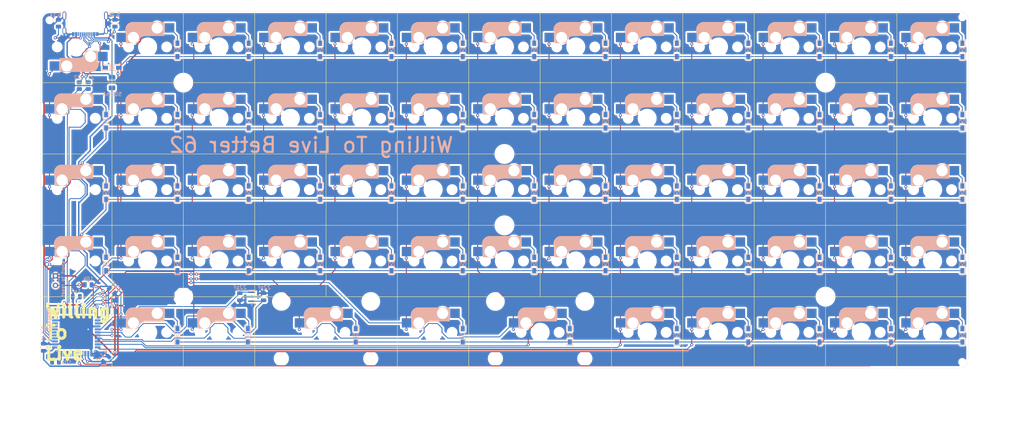
<source format=kicad_pcb>
(kicad_pcb (version 20211014) (generator pcbnew)
  (layers (0 "F.Cu" signal) (31 "B.Cu" signal) (34 "B.Paste" user) (35 "F.Paste" user) (36 "B.SilkS" user "B.Silkscreen") (37 "F.SilkS" user "F.Silkscreen") (38 "B.Mask" user) (39 "F.Mask" user) (44 "Edge.Cuts" user))
  (net 0 "")
  (net 1 "GND")
  (net 2 "Net-(C1-Pad1)")
  (net 3 "Net-(C2-Pad1)")
  (net 4 "Net-(C3-Pad1)")
  (net 5 "+5V")
  (net 6 "Net-(D1-Pad2)")
  (net 7 "row1")
  (net 8 "Net-(D2-Pad2)")
  (net 9 "Net-(D3-Pad2)")
  (net 10 "Net-(D4-Pad2)")
  (net 11 "Net-(D5-Pad2)")
  (net 12 "Net-(D6-Pad2)")
  (net 13 "Net-(D7-Pad2)")
  (net 14 "Net-(D8-Pad2)")
  (net 15 "Net-(D9-Pad2)")
  (net 16 "Net-(D10-Pad2)")
  (net 17 "Net-(D11-Pad2)")
  (net 18 "Net-(D12-Pad2)")
  (net 19 "Net-(D13-Pad2)")
  (net 20 "Net-(D14-Pad2)")
  (net 21 "row2")
  (net 22 "Net-(D15-Pad2)")
  (net 23 "Net-(D16-Pad2)")
  (net 24 "Net-(D17-Pad2)")
  (net 25 "Net-(D18-Pad2)")
  (net 26 "Net-(D19-Pad2)")
  (net 27 "Net-(D20-Pad2)")
  (net 28 "Net-(D21-Pad2)")
  (net 29 "Net-(D22-Pad2)")
  (net 30 "Net-(D23-Pad2)")
  (net 31 "Net-(D24-Pad2)")
  (net 32 "Net-(D25-Pad2)")
  (net 33 "Net-(D26-Pad2)")
  (net 34 "Net-(D27-Pad2)")
  (net 35 "row3")
  (net 36 "Net-(D28-Pad2)")
  (net 37 "Net-(D29-Pad2)")
  (net 38 "Net-(D30-Pad2)")
  (net 39 "Net-(D31-Pad2)")
  (net 40 "Net-(D32-Pad2)")
  (net 41 "Net-(D33-Pad2)")
  (net 42 "Net-(D34-Pad2)")
  (net 43 "Net-(D35-Pad2)")
  (net 44 "Net-(D36-Pad2)")
  (net 45 "Net-(D37-Pad2)")
  (net 46 "Net-(D38-Pad2)")
  (net 47 "Net-(D39-Pad2)")
  (net 48 "Net-(D40-Pad2)")
  (net 49 "row4")
  (net 50 "Net-(D41-Pad2)")
  (net 51 "Net-(D42-Pad2)")
  (net 52 "Net-(D43-Pad2)")
  (net 53 "Net-(D44-Pad2)")
  (net 54 "Net-(D45-Pad2)")
  (net 55 "Net-(D46-Pad2)")
  (net 56 "Net-(D47-Pad2)")
  (net 57 "Net-(D48-Pad2)")
  (net 58 "Net-(D49-Pad2)")
  (net 59 "Net-(D50-Pad2)")
  (net 60 "Net-(D51-Pad2)")
  (net 61 "Net-(D52-Pad2)")
  (net 62 "Net-(D53-Pad2)")
  (net 63 "row5")
  (net 64 "Net-(D54-Pad2)")
  (net 65 "Net-(D55-Pad2)")
  (net 66 "Net-(D56-Pad2)")
  (net 67 "Net-(D57-Pad2)")
  (net 68 "Net-(D58-Pad2)")
  (net 69 "Net-(D59-Pad2)")
  (net 70 "Net-(D60-Pad2)")
  (net 71 "Net-(D61-Pad2)")
  (net 72 "Net-(D62-Pad2)")
  (net 73 "Net-(F1-Pad2)")
  (net 74 "Net-(J1-PadB8)")
  (net 75 "Net-(J1-PadA8)")
  (net 76 "D+")
  (net 77 "D-")
  (net 78 "Net-(J1-PadA5)")
  (net 79 "Net-(J1-PadB5)")
  (net 80 "col1")
  (net 81 "col2")
  (net 82 "col3")
  (net 83 "col4")
  (net 84 "col5")
  (net 85 "col6")
  (net 86 "col7")
  (net 87 "col8")
  (net 88 "col9")
  (net 89 "col10")
  (net 90 "col11")
  (net 91 "col12")
  (net 92 "col13")
  (net 93 "Net-(R1-Pad2)")
  (net 94 "Net-(R1-Pad1)")
  (net 95 "Net-(R2-Pad1)")
  (net 96 "Net-(R3-Pad1)")
  (net 97 "Net-(R4-Pad2)")
  (net 98 "Net-(U1-Pad42)")
  (net 99 "Net-(U1-Pad41)")
  (net 100 "Net-(U1-Pad40)")
  (net 101 "Net-(U1-Pad39)")
  (net 102 "Net-(U1-Pad32)")
  (net 103 "Net-(U1-Pad31)")
  (net 104 "Net-(U1-Pad30)")
  (net 105 "Net-(U1-Pad29)")
  (net 106 "Net-(U1-Pad28)")
  (net 107 "Net-(U1-Pad1)")
  (footprint "kbd:CherryMX_Hotswap" (layer "F.Cu") (at 30.1625 52.3875 180)
    (fp_text reference "MX1" hide)
    (fp_text value "MX-NoLED" hide)
  )
  (footprint "kbd:CherryMX_Hotswap" (layer "F.Cu") (at 49.2125 52.3875)
    (fp_text reference "MX2" hide)
    (fp_text value "MX-NoLED" hide)
  )
  (footprint "kbd:CherryMX_Hotswap" (layer "F.Cu") (at 68.2625 52.3875)
    (fp_text reference "MX3" hide)
    (fp_text value "MX-NoLED" hide)
  )
  (footprint "kbd:CherryMX_Hotswap" (layer "F.Cu") (at 87.3125 52.3875)
    (fp_text reference "MX4" hide)
    (fp_text value "MX-NoLED" hide)
  )
  (footprint "kbd:CherryMX_Hotswap" (layer "F.Cu") (at 125.4125 52.3875)
    (fp_text reference "MX6" hide)
    (fp_text value "MX-NoLED" hide)
  )
  (footprint "kbd:CherryMX_Hotswap" (layer "F.Cu") (at 144.4625 52.3875)
    (fp_text reference "MX7" hide)
    (fp_text value "MX-NoLED" hide)
  )
  (footprint "kbd:CherryMX_Hotswap" (layer "F.Cu") (at 163.5125 52.3875)
    (fp_text reference "MX8" hide)
    (fp_text value "MX-NoLED" hide)
  )
  (footprint "kbd:CherryMX_Hotswap" (layer "F.Cu") (at 182.5625 52.3875)
    (fp_text reference "MX9" hide)
    (fp_text value "MX-NoLED" hide)
  )
  (footprint "kbd:CherryMX_Hotswap" (layer "F.Cu") (at 201.6125 52.3875)
    (fp_text reference "MX10" hide)
    (fp_text value "MX-NoLED" hide)
  )
  (footprint "kbd:CherryMX_Hotswap" (layer "F.Cu") (at 220.6625 52.3875)
    (fp_text reference "MX11" hide)
    (fp_text value "MX-NoLED" hide)
  )
  (footprint "kbd:CherryMX_Hotswap" (layer "F.Cu") (at 239.7125 52.3875)
    (fp_text reference "MX12" hide)
    (fp_text value "MX-NoLED" hide)
  )
  (footprint "kbd:CherryMX_Hotswap" (layer "F.Cu") (at 258.7625 52.3875)
    (fp_text reference "MX13" hide)
    (fp_text value "MX-NoLED" hide)
  )
  (footprint "kbd:CherryMX_Hotswap" (layer "F.Cu") (at 201.6125 71.4375)
    (fp_text reference "MX23" hide)
    (fp_text value "MX-NoLED" hide)
  )
  (footprint "kbd:CherryMX_Hotswap" (layer "F.Cu") (at 220.6625 71.4375)
    (fp_text reference "MX24" hide)
    (fp_text value "MX-NoLED" hide)
  )
  (footprint "kbd:CherryMX_Hotswap" (layer "F.Cu") (at 239.7125 71.4375)
    (fp_text reference "MX25" hide)
    (fp_text value "MX-NoLED" hide)
  )
  (footprint "kbd:CherryMX_Hotswap" (layer "F.Cu") (at 258.7625 71.4375)
    (fp_text reference "MX26" hide)
    (fp_text value "MX-NoLED" hide)
  )
  (footprint "kbd:CherryMX_Hotswap" (layer "F.Cu") (at 30.1625 90.4875)
    (fp_text reference "MX27" hide)
    (fp_text value "MX-NoLED" hide)
  )
  (footprint "kbd:CherryMX_Hotswap" (layer "F.Cu") (at 49.2125 90.4875)
    (fp_text reference "MX28" hide)
    (fp_text value "MX-NoLED" hide)
  )
  (footprint "kbd:CherryMX_Hotswap" (layer "F.Cu") (at 68.2625 90.4875)
    (fp_text reference "MX29" hide)
    (fp_text value "MX-NoLED" hide)
  )
  (footprint "kbd:CherryMX_Hotswap" (layer "F.Cu") (at 87.3125 90.4875)
    (fp_text reference "MX30" hide)
    (fp_text value "MX-NoLED" hide)
  )
  (footprint "kbd:CherryMX_Hotswap" (layer "F.Cu") (at 106.3625 90.4875)
    (fp_text reference "MX31" hide)
    (fp_text value "MX-NoLED" hide)
  )
  (footprint "kbd:CherryMX_Hotswap" (layer "F.Cu") (at 125.4125 90.4875)
    (fp_text reference "MX32" hide)
    (fp_text value "MX-NoLED" hide)
  )
  (footprint "kbd:CherryMX_Hotswap" (layer "F.Cu") (at 144.4625 90.4875)
    (fp_text reference "MX33" hide)
    (fp_text value "MX-NoLED" hide)
  )
  (footprint "kbd:CherryMX_Hotswap" (layer "F.Cu") (at 163.5125 90.4875)
    (fp_text reference "MX34" hide)
    (fp_text value "MX-NoLED" hide)
  )
  (footprint "kbd:CherryMX_Hotswap" (layer "F.Cu") (at 182.5625 90.4875)
    (fp_text reference "MX35" hide)
    (fp_text value "MX-NoLED" hide)
  )
  (footprint "kbd:CherryMX_Hotswap" (layer "F.Cu") (at 201.6125 90.4875)
    (fp_text reference "MX36" hide)
    (fp_text value "MX-NoLED" hide)
  )
  (footprint "kbd:CherryMX_Hotswap" (layer "F.Cu") (at 220.6625 90.4875)
    (fp_text reference "MX37" hide)
    (fp_text value "MX-NoLED" hide)
  )
  (footprint "kbd:CherryMX_Hotswap" (layer "F.Cu") (at 239.7125 90.4875)
    (fp_text reference "MX38" hide)
    (fp_text value "MX-NoLED" hide)
  )
  (footprint "kbd:CherryMX_Hotswap" (layer "F.Cu") (at 258.7625 90.4875)
    (fp_text reference "MX39" hide)
    (fp_text value "MX-NoLED" hide)
  )
  (footprint "kbd:CherryMX_Hotswap" (layer "F.Cu") (at 30.1625 109.5375)
    (fp_text reference "MX40" hide)
    (fp_text value "MX-NoLED" hide)
  )
  (footprint "kbd:CherryMX_Hotswap" (layer "F.Cu") (at 49.2125 109.5375)
    (fp_text reference "MX41" hide)
    (fp_text value "MX-NoLED" hide)
  )
  (footprint "kbd:CherryMX_Hotswap" (layer "F.Cu") (at 87.3125 109.5375)
    (fp_text reference "MX43" hide)
    (fp_text value "MX-NoLED" hide)
  )
  (footprint "kbd:CherryMX_Hotswap" (layer "F.Cu") (at 106.3625 109.5375)
    (fp_text reference "MX44" hide)
    (fp_text value "MX-NoLED" hide)
  )
  (footprint "kbd:CherryMX_Hotswap" (layer "F.Cu") (at 125.4125 109.5375)
    (fp_text reference "MX45" hide)
    (fp_text value "MX-NoLED" hide)
  )
  (footprint "kbd:CherryMX_Hotswap" (layer "F.Cu") (at 144.4625 109.5375)
    (fp_text reference "MX46" hide)
    (fp_text value "MX-NoLED" hide)
  )
  (footprint "kbd:CherryMX_Hotswap" (layer "F.Cu") (at 182.5625 109.5375)
    (fp_text reference "MX48" hide)
    (fp_text value "MX-NoLED" hide)
  )
  (footprint "kbd:CherryMX_Hotswap" (layer "F.Cu") (at 201.6125 109.5375)
    (fp_text reference "MX49" hide)
    (fp_text value "MX-NoLED" hide)
  )
  (footprint "kbd:CherryMX_Hotswap" (layer "F.Cu") (at 220.6625 109.5375)
    (fp_text reference "MX50" hide)
    (fp_text value "MX-NoLED" hide)
  )
  (footprint "kbd:CherryMX_Hotswap" (layer "F.Cu") (at 239.7125 109.5375)
    (fp_text reference "MX51" hide)
    (fp_text value "MX-NoLED" hide)
  )
  (footprint "kbd:CherryMX_Hotswap" (layer "F.Cu") (at 258.7625 109.5375)
    (fp_text reference "MX52" hide)
    (fp_text value "MX-NoLED" hide)
  )
  (footprint "kbd:CherryMX_Hotswap" (layer "F.Cu") (at 49.2125 128.5875)
    (fp_text reference "MX53" hide)
    (fp_text value "MX-NoLED" hide)
  )
  (footprint "kbd:CherryMX_Hotswap" (layer "F.Cu") (at 68.2625 128.5875)
    (fp_text reference "MX54" hide)
    (fp_text value "MX-NoLED" hide)
  )
  (footprint "kbd:CherryMX_Hotswap" (layer "F.Cu") (at 125.4125 128.5875)
    (fp_text reference "MX56" hide)
    (fp_text value "MX-NoLED" hide)
  )
  (footprint "kbd:CherryMX_Hotswap" (layer "F.Cu") (at 153.9875 128.5875)
    (fp_text reference "MX57" hide)
    (fp_text value "MX-NoLED" hide)
  )
  (footprint "kbd:CherryMX_Hotswap" (layer "F.Cu") (at 182.5625 128.5875)
    (fp_text reference "MX58" hide)
    (fp_text value "MX-NoLED" hide)
  )
  (footprint "kbd:CherryMX_Hotswap" (layer "F.Cu") (at 201.6125 128.5875)
    (fp_text reference "MX59" hide)
    (fp_text value "MX-NoLED" hide)
  )
  (footprint "kbd:CherryMX_Hotswap" (layer "F.Cu") (at 220.6625 128.5875)
    (fp_text reference "MX60" hide)
    (fp_text value "MX-NoLED" hide)
  )
  (footprint "kbd:CherryMX_Hotswap" (layer "F.Cu") (at 239.7125 128.5875)
    (fp_text reference "MX61" hide)
    (fp_text value "MX-NoLED" hide)
  )
  (footprint "kbd:CherryMX_Hotswap" (layer "F.Cu") (at 258.7625 128.5875)
    (fp_text reference "MX62" hide)
    (fp_text value "MX-NoLED" hide)
  )
  (footprint "kbd:CherryMX_Hotswap" (layer "F.Cu") (at 106.3625 52.3875)
    (fp_text reference "MX5" hide)
    (fp_text value "MX-NoLED" hide)
  )
  (footprint "kbd:CherryMX_Hotswap" (layer "F.Cu") (at 182.5625 71.4375)
    (fp_text reference "MX22" hide)
    (fp_text value "MX-NoLED" hide)
  )
  (footprint "kbd:CherryMX_Hotswap" (layer "F.Cu") (at 163.5125 71.4375)
    (fp_text reference "MX21" hide)
    (fp_text value "MX-NoLED" hide)
  )
  (footprint "kbd:CherryMX_Hotswap" (layer "F.Cu") (at 144.4625 71.4375)
    (fp_text reference "MX20" hide)
    (fp_text value "MX-NoLED" hide)
  )
  (footprint "kbd:CherryMX_Hotswap" (layer "F.Cu") (at 125.4125 71.4375)
    (fp_text reference "MX19" hide)
    (fp_text value "MX-NoLED" hide)
  )
  (footprint "kbd:CherryMX_Hotswap" (layer "F.Cu") (at 106.3625 71.4375)
    (fp_text reference "MX18" hide)
    (fp_text value "MX-NoLED" hide)
  )
  (footprint "kbd:CherryMX_Hotswap" (layer "F.Cu") (at 87.3125 71.4375)
    (fp_text reference "MX17" hide)
    (fp_text value "MX-NoLED" hide)
  )
  (footprint "kbd:CherryMX_Hotswap" (layer "F.Cu") (at 68.2625 71.4375)
    (fp_text reference "MX16" hide)
    (fp_text value "MX-NoLED" hide)
  )
  (footprint "kbd:CherryMX_Hotswap" (layer "F.Cu") (at 49.2125 71.4375)
    (fp_text reference "MX15" hide)
    (fp_text value "MX-NoLED" hide)
  )
  (footprint "kbd:CherryMX_Hotswap" (layer "F.Cu") (at 30.1625 71.4375)
    (fp_text reference "MX14" hide)
    (fp_text value "MX-NoLED" hide)
  )
  (footprint "kbd:CherryMX_Hotswap" (layer "F.Cu") (at 163.5125 109.5375)
    (fp_text reference "MX47" hide)
    (fp_text value "MX-NoLED" hide)
  )
  (footprint "kbd:M2_HOLE_v2" (layer "F.Cu") (at 58.7375 61.9125)
    (fp_text reference "Ref**" hide)
    (fp_text value "Val**" hide)
  )
  (footprint "kbd:M2_HOLE_v2" (layer "F.Cu") (at 58.7375 119.0625)
    (fp_text reference "Ref**" hide)
    (fp_text value "Val**" hide)
  )
  (footprint "kbd:CherryMX_Hotswap" (layer "F.Cu") (at 68.2625 109.5375)
    (fp_text reference "MX42" hide)
    (fp_text value "MX-NoLED" hide)
  )
  (footprint "kbd:CherryMX_Hotswap" (layer "F.Cu") (at 96.8375 128.5875)
    (fp_text reference "MX55" hide)
    (fp_text value "MX-NoLED" hide)
  )
  (footprint "Mounting_Keyboard_Stabilizer:Stabilizer_Cherry_MX_2u" (layer "F.Cu") (at 96.8375 128.5875 180)
    (fp_text reference "REF**")
    (fp_text value "Stabilizer_Cherry_MX_2u")
  )
  (footprint "Mounting_Keyboard_Stabilizer:Stabilizer_Cherry_MX_2u" (layer "F.Cu") (at 153.9875 128.5875 180)
    (fp_text reference "REF**")
    (fp_text value "Stabilizer_Cherry_MX_2u")
  )
  (footprint "kicadPepe:ToolingHole" (layer "F.Cu") (at 266.7 136.525)
    (fp_text reference "REF**")
    (fp_text value "ToolingHole")
  )
  (footprint "kicadPepe:ToolingHole" (layer "F.Cu") (at 23.01875 45.24375)
    (fp_text reference "REF**")
    (fp_text value "ToolingHole")
  )
  (footprint "kicadPepe:ToolingHole" (layer "F.Cu") (at 266.7 44.45)
    (fp_text reference "REF**")
    (fp_text value "ToolingHole")
  )
  (footprint "kbd:M2_HOLE_v2" (layer "F.Cu") (at 230.1875 61.9125)
    (fp_text reference "Ref**" hide)
    (fp_text value "Val**" hide)
  )
  (footprint "kbd:M2_HOLE_v2" (layer "F.Cu") (at 144.4625 80.9625)
    (fp_text reference "Ref**" hide)
    (fp_text value "Val**" hide)
  )
  (footprint "kbd:M2_HOLE_v2" (layer "F.Cu") (at 230.1875 119.0625)
    (fp_text reference "Ref**" hide)
    (fp_text value "Val**" hide)
  )
  (footprint "kbd:M2_HOLE_v2" (layer "F.Cu") (at 144.4625 100.0125)
    (fp_text reference "Ref**" hide)
    (fp_text value "Val**" hide)
  )
  (footprint "Capacitor_SMD:C_0805_2012Metric" (layer "B.Cu") (at 80.16875 119.0625 90)
    (fp_text reference "C1")
    (fp_text value "22pF")
  )
  (footprint "Capacitor_SMD:C_0805_2012Metric" (layer "B.Cu") (at 73.81875 119.0625 -90)
    (fp_text reference "C2")
    (fp_text value "22pF")
  )
  (footprint "Capacitor_SMD:C_0805_2012Metric" (layer "B.Cu") (at 30.1625 119.0625 180)
    (fp_text reference "C3")
    (fp_text value "1uf")
  )
  (footprint "Capacitor_SMD:C_0805_2012Metric" (layer "B.Cu") (at 21.43125 132.55625 90)
    (fp_text reference "C4")
    (fp_text value "0.1uf")
  )
  (footprint "Capacitor_SMD:C_0805_2012Metric" (layer "B.Cu") (at 38.1 135.73125 45)
    (fp_text reference "C6")
    (fp_text value "0.1uf")
  )
  (footprint "Capacitor_SMD:C_0805_2012Metric" (layer "B.Cu") (at 39.6875 117.475 -45)
    (fp_text reference "C7")
    (fp_text value "10uf")
  )
  (footprint "kbd:D3_SMD_v2" (layer "B.Cu") (at 39.6875 57.94375 180)
    (fp_text reference "D1" hide)
    (fp_text value "sod-123" hide)
  )
  (footprint "kbd:D3_SMD_v2" (layer "B.Cu") (at 57.15 53.18125 90)
    (fp_text reference "D2" hide)
    (fp_text value "sod-123" hide)
  )
  (footprint "kbd:D3_SMD_v2" (layer "B.Cu") (at 76.2 53.18125 90)
    (fp_text reference "D3" hide)
    (fp_text value "sod-123" hide)
  )
  (footprint "kbd:D3_SMD_v2" (layer "B.Cu") (at 95.25 53.18125 90)
    (fp_text reference "D4" hide)
    (fp_text value "sod-123" hide)
  )
  (footprint "kbd:D3_SMD_v2" (layer "B.Cu") (at 114.3 53.18125 90)
    (fp_text reference "D5" hide)
    (fp_text value "sod-123" hide)
  )
  (footprint "kbd:D3_SMD_v2" (layer "B.Cu") (at 133.35 53.18125 90)
    (fp_text reference "D6" hide)
    (fp_text value "sod-123" hide)
  )
  (footprint "kbd:D3_SMD_v2" (layer "B.Cu") (at 152.4 53.18125 90)
    (fp_text reference "D7" hide)
    (fp_text value "sod-123" hide)
  )
  (footprint "kbd:D3_SMD_v2" (layer "B.Cu") (at 171.45 53.18125 90)
    (fp_text reference "D8" hide)
    (fp_text value "sod-123" hide)
  )
  (footprint "kbd:D3_SMD_v2" (layer "B.Cu") (at 190.5 53.18125 90)
    (fp_text reference "D9" hide)
    (fp_text value "sod-123" hide)
  )
  (footprint "kbd:D3_SMD_v2" (layer "B.Cu") (at 209.55 53.18125 90)
    (fp_text reference "D10" hide)
    (fp_text value "sod-123" hide)
  )
  (footprint "kbd:D3_SMD_v2" (layer "B.Cu") (at 228.6 53.18125 90)
    (fp_text reference "D11" hide)
    (fp_text value "sod-123" hide)
  )
  (footprint "kbd:D3_SMD_v2" (layer "B.Cu") (at 247.65 53.18125 90)
    (fp_text reference "D12" hide)
    (fp_text value "sod-123" hide)
  )
  (footprint "kbd:D3_SMD_v2" (layer "B.Cu") (at 266.7 53.18125 90)
    (fp_text reference "D13" hide)
    (fp_text value "sod-123" hide)
  )
  (footprint "kbd:D3_SMD_v2" (layer "B.Cu") (at 38.1 72.23125 90)
    (fp_text reference "D14" hide)
    (fp_text value "sod-123" hide)
  )
  (footprint "kbd:D3_SMD_v2" (layer "B.Cu") (at 57.15 72.23125 90)
    (fp_text reference "D15" hide)
    (fp_text value "sod-123" hide)
  )
  (footprint "kbd:D3_SMD_v2" (layer "B.Cu") (at 76.2 72.23125 90)
    (fp_text reference "D16" hide)
    (fp_text value "sod-123" hide)
  )
  (footprint "kbd:D3_SMD_v2" (layer "B.Cu") (at 95.25 72.23125 90)
    (fp_text reference "D17" hide)
    (fp_text value "sod-123" hide)
  )
  (footprint "kbd:D3_SMD_v2" (layer "B.Cu") (at 114.3 72.23125 90)
    (fp_text reference "D18" hide)
    (fp_text value "sod-123" hide)
  )
  (footprint "kbd:D3_SMD_v2" (layer "B.Cu") (at 133.35 72.23125 90)
    (fp_text reference "D19" hide)
    (fp_text value "sod-123" hide)
  )
  (footprint "kbd:D3_SMD_v2" (layer "B.Cu") (at 152.4 72.23125 90)
    (fp_text reference "D20" hide)
    (fp_text value "sod-123" hide)
  )
  (footprint "kbd:D3_SMD_v2" (layer "B.Cu") (at 171.45 72.23125 90)
    (fp_text reference "D21" hide)
    (fp_text value "sod-123" hide)
  )
  (footprint "kbd:D3_SMD_v2" (layer "B.Cu") (at 190.5 72.23125 90)
    (fp_text reference "D22" hide)
    (fp_text value "sod-123" hide)
  )
  (footprint "kbd:D3_SMD_v2" (layer "B.Cu") (at 209.55 72.23125 90)
    (fp_text reference "D23" hide)
    (fp_text value "sod-123" hide)
  )
  (footprint "kbd:D3_SMD_v2" (layer "B.Cu") (at 228.6 72.23125 90)
    (fp_text reference "D24" hide)
    (fp_text value "sod-123" hide)
  )
  (footprint "kbd:D3_SMD_v2" (layer "B.Cu") (at 247.65 72.23125 90)
    (fp_text reference "D25" hide)
    (fp_text value "sod-123" hide)
  )
  (footprint "kbd:D3_SMD_v2" (layer "B.Cu") (at 266.7 72.23125 90)
    (fp_text reference "D26" hide)
    (fp_text value "sod-123" hide)
  )
  (footprint "kbd:D3_SMD_v2" (layer "B.Cu") (at 38.1 91.28125 90)
    (fp_text reference "D27" hide)
    (fp_text value "sod-123" hide)
  )
  (footprint "kbd:D3_SMD_v2" (layer "B.Cu") (at 57.15 91.28125 90)
    (fp_text reference "D28" hide)
    (fp_text value "sod-123" hide)
  )
  (footprint "kbd:D3_SMD_v2" (layer "B.Cu") (at 76.2 91.28125 90)
    (fp_text reference "D29" hide)
    (fp_text value "sod-123" hide)
  )
  (footprint "kbd:D3_SMD_v2" (layer "B.Cu") (at 95.25 91.28125 90)
    (fp_text reference "D30" hide)
    (fp_text value "sod-123" hide)
  )
  (footprint "kbd:D3_SMD_v2" (layer "B.Cu") (at 114.3 91.28125 90)
    (fp_text reference "D31" hide)
    (fp_text value "sod-123" hide)
  )
  (footprint "kbd:D3_SMD_v2" (layer "B.Cu") (at 133.35 91.28125 90)
    (fp_text reference "D32" hide)
    (fp_text value "sod-123" hide)
  )
  (footprint "kbd:D3_SMD_v2" (layer "B.Cu") (at 152.4 91.28125 90)
    (fp_text reference "D33" hide)
    (fp_text value "sod-123" hide)
  )
  (footprint "kbd:D3_SMD_v2" (layer "B.Cu") (at 171.45 91.28125 90)
    (fp_text reference "D34" hide)
    (fp_text value "sod-123" hide)
  )
  (footprint "kbd:D3_SMD_v2" (layer "B.Cu") (at 190.5 91.28125 90)
    (fp_text reference "D35" hide)
    (fp_text value "sod-123" hide)
  )
  (footprint "kbd:D3_SMD_v2" (layer "B.Cu") (at 209.55 91.28125 90)
    (fp_text reference "D36" hide)
    (fp_text value "sod-123" hide)
  )
  (footprint "kbd:D3_SMD_v2" (layer "B.Cu") (at 228.6 91.28125 90)
    (fp_text reference "D37" hide)
    (fp_text value "sod-123" hide)
  )
  (footprint "kbd:D3_SMD_v2" (layer "B.Cu") (at 247.65 91.28125 90)
    (fp_text reference "D38" hide)
    (fp_text value "sod-123" hide)
  )
  (footprint "kbd:D3_SMD_v2" (layer "B.Cu") (at 266.7 91.28125 90)
    (fp_text reference "D39" hide)
    (fp_text value "sod-123" hide)
  )
  (footprint "kbd:D3_SMD_v2" (layer "B.Cu") (at 38.1 110.33125 90)
    (fp_text reference "D40" hide)
    (fp_text value "sod-123" hide)
  )
  (footprint "kbd:D3_SMD_v2" (layer "B.Cu") (at 57.15 110.33125 90)
    (fp_text reference "D41" hide)
    (fp_text value "sod-123" hide)
  )
  (footprint "kbd:D3_SMD_v2" (layer "B.Cu") (at 76.2 110.33125 90)
    (fp_text reference "D42" hide)
    (fp_text value "sod-123" hide)
  )
  (footprint "kbd:D3_SMD_v2" (layer "B.Cu") (at 95.25 110.33125 90)
    (fp_text reference "D43" hide)
    (fp_text value "sod-123" hide)
  )
  (footprint "kbd:D3_SMD_v2" (layer "B.Cu") (at 114.3 110.33125 90)
    (fp_text reference "D44" hide)
    (fp_text value "sod-123" hide)
  )
  (footprint "kbd:D3_SMD_v2" (layer "B.Cu") (at 133.35 110.33125 90)
    (fp_text reference "D45" hide)
    (fp_text value "sod-123" hide)
  )
  (footprint "kbd:D3_SMD_v2" (layer "B.Cu") (at 152.4 110.33125 90)
    (fp_text reference "D46" hide)
    (fp_text value "sod-123" hide)
  )
  (footprint "kbd:D3_SMD_v2" (layer "B.Cu") (at 171.45 110.33125 90)
    (fp_text reference "D47" hide)
    (fp_text value "sod-123" hide)
  )
  (footprint "kbd:D3_SMD_v2" (layer "B.Cu") (at 190.5 110.33125 90)
    (fp_text reference "D48" hide)
    (fp_text value "sod-123" hide)
  )
  (footprint "kbd:D3_SMD_v2" (layer "B.Cu") (at 209.55 110.33125 90)
    (fp_text reference "D49" hide)
    (fp_text value "sod-123" hide)
  )
  (footprint "kbd:D3_SMD_v2" (layer "B.Cu") (at 228.6 110.33125 90)
    (fp_text reference "D50" hide)
    (fp_text value "sod-123" hide)
  )
  (footprint "kbd:D3_SMD_v2" (layer "B.Cu") (at 247.65 110.33125 90)
    (fp_text reference "D51" hide)
    (fp_text value "sod-123" hide)
  )
  (footprint "kbd:D3_SMD_v2" (layer "B.Cu") (at 266.7 110.33125 90)
    (fp_text reference "D52" hide)
    (fp_text value "sod-123" hide)
  )
  (footprint "kbd:D3_SMD_v2" (layer "B.Cu") (at 57.15 129.38125 90)
    (fp_text reference "D53" hide)
    (fp_text value "sod-123" hide)
  )
  (footprint "kbd:D3_SMD_v2" (layer "B.Cu") (at 75.97125 129.38125 90)
    (fp_text reference "D54" hide)
    (fp_text value "sod-123" hide)
  )
  (footprint "kbd:D3_SMD_v2" (layer "B.Cu") (at 104.775 129.38125 90)
    (fp_text reference "D55" hide)
    (fp_text value "sod-123" hide)
  )
  (footprint "kbd:D3_SMD_v2" (layer "B.Cu") (at 133.35 129.38125 90)
    (fp_text reference "D56" hide)
    (fp_text value "sod-123" hide)
  )
  (footprint "kbd:D3_SMD_v2" (layer "B.Cu") (at 161.925 129.38125 90)
    (fp_text reference "D57" hide)
    (fp_text value "sod-123" hide)
  )
  (footprint "kbd:D3_SMD_v2" (layer "B.Cu") (at 190.5 129.38125 90)
    (fp_text reference "D58" hide)
    (fp_text value "sod-123" hide)
  )
  (footprint "kbd:D3_SMD_v2" (layer "B.Cu") (at 209.55 129.38125 90)
    (fp_text reference "D59" hide)
    (fp_text value "sod-123" hide)
  )
  (footprint "kbd:D3_SMD_v2" (layer "B.Cu") (at 228.6 129.38125 90)
    (fp_text reference "D60" hide)
    (fp_text value "sod-123" hide)
  )
  (footprint "kbd:D3_SMD_v2" (layer "B.Cu") (at 247.65 129.38125 90)
    (fp_text reference "D61" hide)
    (fp_text value "sod-123" hide)
  )
  (footprint "kbd:D3_SMD_v2" (layer "B.Cu") (at 266.7 129.38125 90)
    (fp_text reference "D62" hide)
    (fp_text value "sod-123" hide)
  )
  (footprint "Fuse:Fuse_1206_3216Metric" (layer "B.Cu") (at 39.6875 61.9125 90)
    (fp_text reference "F1")
    (fp_text value "500mA")
  )
  (footprint "Resistor_SMD:R_0805_2012Metric" (layer "B.Cu") (at 33.3375 62.70625 90)
    (fp_text reference "R2" hide)
    (fp_text value "22")
  )
  (footprint "Resistor_SMD:R_0805_2012Metric" (layer "B.Cu") (at 30.95625 62.70625 90)
    (fp_text reference "R3" hide)
    (fp_text value "22")
  )
  (footprint "Resistor_SMD:R_0805_2012Metric" (layer "B.Cu") (at 24.60625 136.525)
    (fp_text reference "R4")
    (fp_text value "10k")
  )
  (footprint "Resistor_SMD:R_0805_2012Metric" (layer "B.Cu") (at 25.4 46.0375 -90)
    (fp_text reference "R5")
    (fp_text value "5.1k")
  )
  (footprint "Resistor_SMD:R_0805_2012Metric" (layer "B.Cu") (at 40.48125 46.0375 -90)
    (fp_text reference "R6")
    (fp_text value "5.1k")
  )
  (footprint "Package_QFP:TQFP-44_10x10mm_P0.8mm" (layer "B.Cu") (at 30.1625 128.5875 -90)
    (fp_text reference "U1")
    (fp_text value "ATmega32U4-A")
  )
  (footprint "Resistor_SMD:R_0805_2012Metric" (layer "B.Cu") (at 33.3375 115.8875 180)
    (fp_text reference "R1")
    (fp_text value "10k")
  )
  (footprint "Capacitor_SMD:C_0805_2012Metric" (layer "B.Cu") (at 39.6875 123.03125)
    (fp_text reference "C5")
    (fp_text value "0.1uf")
  )
  (footprint "TestPoint:TestPoint_2Pads_Pitch2.54mm_Drill0.8mm" (layer "B.Cu") (at 24.60625 113.50625 -90)
    (fp_text reference "REF**")
    (fp_text value "short to reset")
  )
  (footprint "nrfmicro:easyeda_C168688" (layer "B.Cu") (at 32.54375 46.45025 90)
    (fp_text reference "J1" hide)
    (fp_text value "USB_C_Receptacle_USB2.0")
  )
  (footprint "CSTNE16M0V530000R0:OSC_CSTNE16M0V530000R0" (layer "B.Cu") (at 76.99375 119.0625 90)
    (fp_text reference "Y1")
    (fp_text value "CSTNE16M0V530000R0")
  )
  (gr_line (start 268.2875 119.0625) (end 20.6375 119.0625) (layer "F.SilkS") (width 0.12))
  (gr_line (start 192.0875 138.1125) (end 192.0875 42.8625) (layer "F.SilkS") (width 0.12))
  (gr_line (start 211.1375 42.8625) (end 211.1375 138.1125) (layer "F.SilkS") (width 0.12))
  (gr_line (start 153.9875 119.0625) (end 153.9875 42.8625) (layer "F.SilkS") (width 0.12))
  (gr_line (start 268.2875 80.9625) (end 20.6375 80.9625) (layer "F.SilkS") (width 0.12))
  (gr_line (start 20.6375 61.9125) (end 268.2875 61.9125) (layer "F.SilkS") (width 0.12))
  (gr_line (start 20.6375 100.0125) (end 268.2875 100.0125) (layer "F.SilkS") (width 0.12))
  (gr_line (start 173.0375 42.8625) (end 173.0375 138.1125) (layer "F.SilkS") (width 0.12))
  (gr_line (start 134.9375 42.8625) (end 134.9375 138.1125) (layer "F.SilkS") (width 0.12))
  (gr_line (start 230.1875 138.1125) (end 230.1875 42.8625) (layer "F.SilkS") (width 0.12))
  (gr_line (start 39.6875 138.1125) (end 39.6875 42.8625) (layer "F.SilkS") (width 0.12))
  (gr_line (start 115.8875 138.1125) (end 115.8875 42.8625) (layer "F.SilkS") (width 0.12))
  (gr_line (start 77.7875 138.1125) (end 77.7875 42.8625) (layer "F.SilkS") (width 0.12))
  (gr_line (start 58.7375 42.8625) (end 58.7375 138.1125) (layer "F.SilkS") (width 0.12))
  (gr_line (start 249.2375 42.8625) (end 249.2375 138.1125) (layer "F.SilkS") (width 0.12))
  (gr_line (start 96.8375 42.8625) (end 96.8375 119.0625) (layer "F.SilkS") (width 0.12))
  (gr_line (start 23.01875 138.1125) (end 265.90625 138.1125) (layer "Edge.Cuts") (width 0.05))
  (gr_line (start 20.6375 45.24375) (end 20.6375 135.73125) (layer "Edge.Cuts") (width 0.05))
  (gr_line (start 37.30625 48.41875) (end 37.30625 42.8625) (layer "Edge.Cuts") (width 0.05))
  (gr_line (start 27.78125 48.41875) (end 37.30625 48.41875) (layer "Edge.Cuts") (width 0.05))
  (gr_line (start 268.2875 45.24375) (end 268.2875 135.73125) (layer "Edge.Cuts") (width 0.05))
  (gr_line (start 23.01875 42.8625) (end 27.78125 42.8625) (layer "Edge.Cuts") (width 0.05))
  (gr_arc (start 265.90625 42.8625) (mid 267.590048 43.559952) (end 268.2875 45.24375) (layer "Edge.Cuts") (width 0.05))
  (gr_line (start 37.30625 42.8625) (end 265.90625 42.8625) (layer "Edge.Cuts") (width 0.05))
  (gr_arc (start 268.2875 135.73125) (mid 267.590048 137.415048) (end 265.90625 138.1125) (layer "Edge.Cuts") (width 0.05))
  (gr_line (start 27.78125 42.8625) (end 27.78125 48.41875) (layer "Edge.Cuts") (width 0.05))
  (gr_arc (start 23.01875 138.1125) (mid 21.334952 137.415048) (end 20.6375 135.73125) (layer "Edge.Cuts") (width 0.05))
  (gr_arc (start 20.6375 45.24375) (mid 21.334952 43.559952) (end 23.01875 42.8625) (layer "Edge.Cuts") (width 0.05))
  (gr_text "Willing To Live Better 62" (at 92.86875 78.58125) (layer "B.SilkS") (effects (font (size 4 4) (thickness 0.6)) (justify mirror)))
  (gr_text "Willing\nTo\nLive\n" (at 21.43125 128.5875) (layer "F.SilkS") (effects (font (size 3.5 3.5) (thickness 0.8)) (justify left)))
  (segment (start 40.860691 134.596772) (end 41.271751 134.185712) (width 0.381) (layer "F.Cu") (net 1))
  (segment (start 46.309941 51.738001) (end 47.293001 50.754941) (width 0.381) (layer "F.Cu") (net 1))
  (segment (start 21.550277 110.450277) (end 21.550277 59.412223) (width 0.381) (layer "F.Cu") (net 1))
  (segment (start 26.96375 44.05525) (end 26.96375 48.05525) (width 0.381) (layer "F.Cu") (net 1))
  (segment (start 24.60625 113.50625) (end 29.744942 113.50625) (width 0.381) (layer "F.Cu") (net 1))
  (segment (start 33.3375 127.79375) (end 40.140522 134.596772) (width 0.381) (layer "F.Cu") (net 1))
  (segment (start 41.271751 121.440501) (end 40.6375 120.80625) (width 0.381) (layer "F.Cu") (net 1))
  (segment (start 46.309941 54.121615) (end 46.309941 51.738001) (width 0.381) (layer "F.Cu") (net 1))
  (segment (start 38.12375 48.05525) (end 38.12375 44.05525) (width 0.381) (layer "F.Cu") (net 1))
  (segment (start 47.293001 48.940059) (end 42.408192 44.05525) (width 0.381) (layer "F.Cu") (net 1))
  (segment (start 24.60625 113.50625) (end 21.550277 110.450277) (width 0.381) (layer "F.Cu") (net 1))
  (segment (start 31.746751 115.508059) (end 31.746751 116.266941) (width 0.381) (layer "F.Cu") (net 1))
  (segment (start 42.8625 121.44375) (end 41.275 121.44375) (width 0.381) (layer "F.Cu") (net 1))
  (segment (start 21.550277 59.412223) (end 22.228249 58.734251) (width 0.381) (layer "F.Cu") (net 1))
  (segment (start 41.275 121.44375) (end 40.6375 120.80625) (width 0.381) (layer "F.Cu") (net 1))
  (segment (start 42.408192 44.05525) (end 38.12375 44.05525) (width 0.381) (layer "F.Cu") (net 1))
  (segment (start 41.271751 134.185712) (end 41.271751 121.440501) (width 0.381) (layer "F.Cu") (net 1))
  (segment (start 30.538692 117.475) (end 29.36875 117.475) (width 0.381) (layer "F.Cu") (net 1))
  (segment (start 47.293001 50.754941) (end 47.293001 48.940059) (width 0.381) (layer "F.Cu") (net 1))
  (segment (start 31.746751 116.266941) (end 30.538692 117.475) (width 0.381) (layer "F.Cu") (net 1))
  (segment (start 29.744942 113.50625) (end 31.746751 115.508059) (width 0.381) (layer "F.Cu") (net 1))
  (segment (start 40.140522 134.596772) (end 40.860691 134.596772) (width 0.381) (layer "F.Cu") (net 1))
  (segment (start 43.865778 56.565778) (end 46.309941 54.121615) (width 0.381) (layer "F.Cu") (net 1))
  (via (at 42.8625 121.44375) (size 0.8) (drill 0.4) (layers "F.Cu" "B.Cu") (net 1))
  (via (at 29.36875 117.475) (size 0.8) (drill 0.4) (layers "F.Cu" "B.Cu") (net 1))
  (via (at 43.865778 56.565778) (size 0.8) (drill 0.4) (layers "F.Cu" "B.Cu") (net 1))
  (via (at 33.3375 127.79375) (size 0.8) (drill 0.4) (layers "F.Cu" "B.Cu") (net 1))
  (via (at 40.6375 120.80625) (size 0.8) (drill 0.4) (layers "F.Cu" "B.Cu") (net 1))
  (via (at 22.228249 58.734251) (size 0.8) (drill 0.4) (layers "F.Cu" "B.Cu") (net 1))
  (segment (start 80.16875 118.1125) (end 79.21875 119.0625) (width 0.381) (layer "B.Cu") (net 1))
  (segment (start 25.014318 62.69676) (end 31.25149 62.69676) (width 0.381) (layer "B.Cu") (net 1))
  (segment (start 60.65695 117.22199) (end 60.656941 117.221999) (width 0.381) (layer "B.Cu") (net 1))
  (segment (start 32.534598 126.9875) (end 29.3625 123.815402) (width 0.381) (layer "B.Cu") (net 1))
  (segment (start 37.367369 48.94525) (end 38.12375 48.188869) (width 0.381) (layer "B.Cu") (net 1))
  (segment (start 23.23599 53.235604) (end 22.228249 54.243345) (width 0.381) (layer "B.Cu") (net 1))
  (segment (start 34.934499 135.059499) (end 34.1625 134.2875) (width 0.381) (layer "B.Cu") (net 1))
  (segment (start 23.69375 136.525) (end 23.69375 135.084152) (width 0.381) (layer "B.Cu") (net 1))
  (segment (start 56.196999 117.843059) (end 56.196999 119.221751) (width 0.381) (layer "B.Cu") (net 1))
  (segment (start 35.75375 48.94525) (end 37.367369 48.94525) (width 0.381) (layer "B.Cu") (net 1))
  (segment (start 33.1315 125.3875) (end 24.4625 125.3875) (width 0.381) (layer "B.Cu") (net 1))
  (segment (start 23.69375 135.084152) (end 25.603001 133.174901) (width 0.381) (layer "B.Cu") (net 1))
  (segment (start 34.1625 134.2875) (end 34.1625 127.5565) (width 0.381) (layer "B.Cu") (net 1))
  (segment (start 26.3935 125.3875) (end 24.4625 125.3875) (width 0.381) (layer "B.Cu") (net 1))
  (segment (start 34.7315 126.9875) (end 33.1315 125.3875) (width 0.381) (layer "B.Cu") (net 1))
  (segment (start 57.518059 116.521999) (end 56.196999 117.843059) (width 0.381) (layer "B.Cu") (net 1))
  (segment (start 34.1625 127.5565) (end 34.7315 126.9875) (width 0.381) (layer "B.Cu") (net 1))
  (segment (start 73.81875 120.0125) (end 74.76875 119.0625) (width 0.381) (layer "B.Cu") (net 1))
  (segment (start 25.603001 133.174901) (end 25.603001 131.797001) (width 0.381) (layer "B.Cu") (net 1))
  (segment (start 35.8625 126.9875) (end 34.7315 126.9875) (width 0.381) (layer "B.Cu") (net 1))
  (segment (start 79.21875 119.0625) (end 76.99375 119.0625) (width 0.381) (layer "B.Cu") (net 1))
  (segment (start 22.228249 59.910691) (end 25.014318 62.69676) (width 0.381) (layer "B.Cu") (net 1))
  (segment (start 26.96375 48.188869) (end 26.96375 48.05525) (width 0.381) (layer "B.Cu") (net 1))
  (segment (start 22.228249 54.243345) (end 22.228249 58.734251) (width 0.381) (layer "B.Cu") (net 1))
  (segment (start 30.24094 62.69676) (end 31.25149 62.69676) (width 0.381) (layer "B.Cu") (net 1))
  (segment (start 59.956941 116.521999) (end 57.518059 116.521999) (width 0.381) (layer "B.Cu") (net 1))
  (segment (start 40.6375 120.80625) (end 40.6375 118.425) (width 0.381) (layer "B.Cu") (net 1))
  (segment (start 54.251761 121.166989) (end 43.139261 121.166989) (width 0.381) (layer "B.Cu") (net 1))
  (segment (start 43.139261 121.166989) (end 42.8625 121.44375) (width 0.381) (layer "B.Cu") (net 1))
  (segment (start 79.27824 117.22199) (end 60.65695 117.22199) (width 0.381) (layer "B.Cu") (net 1))
  (segment (start 30.190402 126.9875) (end 25.390402 131.7875) (width 0.381) (layer "B.Cu") (net 1))
  (segment (start 40.6375 123.03125) (end 40.6375 120.80625) (width 0.381) (layer "B.Cu") (net 1))
  (segment (start 29.36875 117.475) (end 29.36875 118.90625) (width 0.381) (layer "B.Cu") (net 1))
  (segment (start 43.865778 58.240042) (end 43.865778 56.565778) (width 0.381) (layer "B.Cu") (net 1))
  (segment (start 56.196999 119.221751) (end 54.251761 121.166989) (width 0.381) (layer "B.Cu") (net 1))
  (segment (start 25.5935 131.7875) (end 24.4625 131.7875) (width 0.381) (layer "B.Cu") (net 1))
  (segment (start 22.228249 58.734251) (end 22.228249 59.910691) (width 0.381) (layer "B.Cu") (net 1))
  (segment (start 34.1625 134.2875) (end 34.1625 133.1565) (width 0.381) (layer "B.Cu") (net 1))
  (segment (start 32.7935 131.7875) (end 34.1625 133.1565) (width 0.381) (layer "B.Cu") (net 1))
  (segment (start 40.48125 45.125) (end 39.1935 45.125) (width 0.381) (layer "B.Cu") (net 1))
  (segment (start 31.25149 62.69676) (end 37.62844 62.69676) (width 0.381) (layer "B.Cu") (net 1))
  (segment (start 25.4 45.125) (end 25.894 45.125) (width 0.381) (layer "B.Cu") (net 1))
  (segment (start 29.3625 124.0185) (end 27.9935 125.3875) (width 0.381) (layer "B.Cu") (net 1))
  (segment (start 29.33375 48.94525) (end 27.720131 48.94525) (width 0.381) (layer "B.Cu") (net 1))
  (segment (start 23.23599 47.28901) (end 23.23599 53.235604) (width 0.381) (layer "B.Cu") (net 1))
  (segment (start 21.6125 131.7875) (end 24.4625 131.7875) (width 0.381) (layer "B.Cu") (net 1))
  (segment (start 25.603001 131.797001) (end 25.5935 131.7875) (width 0.381) (layer "B.Cu") (net 1))
  (segment (start 24.4625 131.7875) (end 32.7935 131.7875) (width 0.381) (layer "B.Cu") (net 1))
  (segment (start 60.656941 117.221999) (end 59.956941 116.521999) (width 0.381) (layer "B.Cu") (net 1))
  (segment (start 40.6375 118.425) (end 40.359251 118.146751) (width 0.381) (layer "B.Cu") (net 1))
  (segment (start 27.9935 125.3875) (end 24.4625 125.3875) (width 0.381) (layer "B.Cu") (net 1))
  (segment (start 74.76875 119.0625) (end 76.99375 119.0625) (width 0.381) (layer "B.Cu") (net 1))
  (segment (start 25.894 45.125) (end 26.96375 44.05525) (width 0.381) (layer "B.Cu") (net 1))
  (segment (start 25.5935 131.7875) (end 29.3625 128.0185) (width 0.381) (layer "B.Cu") (net 1))
  (segment (start 34.1625 133.359598) (end 34.1625 134.2875) (width 0.381) (layer "B.Cu") (net 1))
  (segment (start 80.16875 118.1125) (end 79.27824 117.22199) (width 0.381) (layer "B.Cu") (net 1))
  (segment (start 40.57781 61.52801) (end 43.865778 58.240042) (width 0.381) (layer "B.Cu") (net 1))
  (segment (start 25.4 45.125) (end 23.23599 47.28901) (width 0.381) (layer "B.Cu") (net 1))
  (segment (start 25.390402 131.7875) (end 24.4625 131.7875) (width 0.381) (layer "B.Cu") (net 1))
  (segment (start 34.1625 133.1565) (end 26.3935 125.3875) (width 0.381) (layer "B.Cu") (net 1))
  (segment (start 38.771751 135.059499) (end 34.934499 135.059499) (width 0.381) (layer "B.Cu") (net 1))
  (segment (start 35.8625 126.9875) (end 30.190402 126.9875) (width 0.381) (layer "B.Cu") (net 1))
  (segment (start 21.43125 131.60625) (end 21.6125 131.7875) (width 0.381) (layer "B.Cu") (net 1))
  (segment (start 29.3625 122.8875) (end 29.3625 124.0185) (width 0.381) (layer "B.Cu") (net 1))
  (segment (start 29.3625 128.559598) (end 34.1625 133.359598) (width 0.381) (layer "B.Cu") (net 1))
  (segment (start 39.1935 45.125) (end 38.12375 44.05525) (width 0.381) (layer "B.Cu") (net 1))
  (segment (start 35.8625 126.9875) (end 32.534598 126.9875) (width 0.381) (layer "B.Cu") (net 1))
  (segment (start 29.3625 123.815402) (end 29.3625 122.8875) (width 0.381) (layer "B.Cu") (net 1))
  (segment (start 38.12375 48.188869) (end 38.12375 48.05525) (width 0.381) (layer "B.Cu") (net 1))
  (segment (start 35.8625 126.9875) (end 34.14375 126.9875) (width 0.381) (layer "B.Cu") (net 1))
  (segment (start 34.14375 126.9875) (end 33.3375 127.79375) (width 0.381) (layer "B.Cu") (net 1))
  (segment (start 29.2125 119.0625) (end 29.3625 119.2125) (width 0.381) (layer "B.Cu") (net 1))
  (segment (start 37.62844 62.69676) (end 38.79719 61.52801) (width 0.381) (layer "B.Cu") (net 1))
  (segment (start 29.36875 118.90625) (end 29.2125 119.0625) (width 0.381) (layer "B.Cu") (net 1))
  (segment (start 29.3625 119.2125) (end 29.3625 122.8875) (width 0.381) (layer "B.Cu") (net 1))
  (segment (start 38.79719 61.52801) (end 40.57781 61.52801) (width 0.381) (layer "B.Cu") (net 1))
  (segment (start 29.3625 128.0185) (end 29.3625 122.8875) (width 0.381) (layer "B.Cu") (net 1))
  (segment (start 27.720131 48.94525) (end 26.96375 48.188869) (width 0.381) (layer "B.Cu") (net 1))
  (segment (start 29.3625 122.8875) (end 29.3625 128.559598) (width 0.381) (layer "B.Cu") (net 1))
  (segment (start 68.816497 124.222499) (end 70.006498 125.4125) (width 0.25) (layer "B.Cu") (net 2))
  (segment (start 79.91875 120.2625) (end 80.16875 120.0125) (width 0.25) (layer "B.Cu") (net 2))
  (segment (start 53.971247 126.212499) (end 56.389999 128.631251) (width 0.25) (layer "B.Cu") (net 2))
  (segment (start 59.577499 126.963753) (end 59.577499 124.537499) (width 0.25) (layer "B.Cu") (net 2))
  (segment (start 42.356498 128.875248) (end 43.343751 129.862501) (width 0.25) (layer "B.Cu") (net 2))
  (segment (start 59.577499 124.537499) (end 59.892499 124.222499) (width 0.25) (layer "B.Cu") (net 2))
  (segment (start 44.744501 129.862501) (end 46.837499 127.769503) (width 0.25) (layer "B.Cu") (net 2))
  (segment (start 46.837499 127.447499) (end 48.072499 126.212499) (width 0.25) (layer "B.Cu") (net 2))
  (segment (start 76.99375 120.2625) (end 79.91875 120.2625) (width 0.25) (layer "B.Cu") (net 2))
  (segment (start 59.892499 124.222499) (end 68.816497 124.222499) (width 0.25) (layer "B.Cu") (net 2))
  (segment (start 35.8625 128.5875) (end 42.356498 128.5875) (width 0.25) (layer "B.Cu") (net 2))
  (segment (start 70.006498 125.4125) (end 71.992498 125.4125) (width 0.25) (layer "B.Cu") (net 2))
  (segment (start 71.992498 125.4125) (end 75.211249 128.631251) (width 0.25) (layer "B.Cu") (net 2))
  (segment (start 78.09375 122.0875) (end 80.16875 120.0125) (width 0.25) (layer "B.Cu") (net 2))
  (segment (start 76.731251 128.631251) (end 78.09375 127.268752) (width 0.25) (layer "B.Cu") (net 2))
  (segment (start 80.06875 119.9125) (end 80.16875 120.0125) (width 0.25) (layer "B.Cu") (net 2))
  (segment (start 42.356498 128.5875) (end 42.356498 128.875248) (width 0.25) (layer "B.Cu") (net 2))
  (segment (start 43.343751 129.862501) (end 44.744501 129.862501) (width 0.25) (layer "B.Cu") (net 2))
  (segment (start 57.910001 128.631251) (end 59.577499 126.963753) (width 0.25) (layer "B.Cu") (net 2))
  (segment (start 48.072499 126.212499) (end 53.971247 126.212499) (width 0.25) (layer "B.Cu") (net 2))
  (segment (start 56.389999 128.631251) (end 57.910001 128.631251) (width 0.25) (layer "B.Cu") (net 2))
  (segment (start 78.09375 127.268752) (end 78.09375 122.0875) (width 0.25) (layer "B.Cu") (net 2))
  (segment (start 46.837499 127.769503) (end 46.837499 127.447499) (width 0.25) (layer "B.Cu") (net 2))
  (segment (start 75.211249 128.631251) (end 76.731251 128.631251) (width 0.25) (layer "B.Cu") (net 2))
  (segment (start 74.06875 117.8625) (end 73.81875 118.1125) (width 0.25) (layer "B.Cu") (net 3))
  (segment (start 47.066499 121.682499) (end 44.276499 124.472499) (width 0.25) (layer "B.Cu") (net 3))
  (segment (start 76.99375 117.8625) (end 74.06875 117.8625) (width 0.25) (layer "B.Cu") (net 3))
  (segment (start 36.672502 127.7875) (end 35.8625 127.7875) (width 0.25) (layer "B.Cu") (net 3))
  (segment (start 39.987503 124.472499) (end 36.672502 127.7875) (width 0.25) (layer "B.Cu") (net 3))
  (segment (start 44.276499 124.472499) (end 39.987503 124.472499) (width 0.25) (layer "B.Cu") (net 3))
  (segment (start 73.81875 118.1125) (end 70.248751 121.682499) (width 0.25) (layer "B.Cu") (net 3))
  (segment (start 70.248751 121.682499) (end 47.066499 121.682499) (width 0.25) (layer "B.Cu") (net 3))
  (segment (start 30.1625 120.0125) (end 30.1625 122.8875) (width 0.25) (layer "B.Cu") (net 4))
  (segment (start 31.1125 119.0625) (end 30.1625 120.0125) (width 0.25) (layer "B.Cu") (net 4))
  (segment (start 40.48125 122.2375) (end 39.6875 121.44375) (width 0.381) (layer "F.Cu") (net 5))
  (segment (start 26.9875 120.65) (end 27.591721 121.254221) (width 0.381) (layer "F.Cu") (net 5))
  (segment (start 40.48125 133.806271) (end 40.48125 122.2375) (width 0.381) (layer "F.Cu") (net 5))
  (segment (start 27.591721 121.254221) (end 31.560471 121.254221) (width 0.381) (layer "F.Cu") (net 5))
  (via (at 31.560471 121.254221) (size 0.8) (drill 0.4) (layers "F.Cu" "B.Cu") (net 5))
  (via (at 26.9875 120.65) (size 0.8) (drill 0.4) (layers "F.Cu" "B.Cu") (net 5))
  (via (at 40.48125 133.806271) (size 0.8) (drill 0.4) (layers "F.Cu" "B.Cu") (net 5))
  (via (at 39.6875 121.44375) (size 0.8) (drill 0.4) (layers "F.Cu" "B.Cu") (net 5))
  (segment (start 36.613824 116.308274) (end 30.9625 121.959598) (width 0.381) (layer "B.Cu") (net 5))
  (segment (start 21.43125 133.50625) (end 21.43125 135.88082) (width 0.381) (layer "B.Cu") (net 5))
  (segment (start 38.7375 123.03125) (end 38.7375 116.525) (width 0.381) (layer "B.Cu") (net 5))
  (segment (start 26.9625 121.7565) (end 26.64975 121.44375) (width 0.381) (layer "B.Cu") (net 5))
  (segment (start 23.78125 124.5875) (end 24.4625 124.5875) (width 0.381) (layer "B.Cu") (net 5))
  (segment (start 39.005819 136.403001) (end 40.48125 134.92757) (width 0.381) (layer "B.Cu") (net 5))
  (segment (start 26.9625 122.8875) (end 26.9625 121.7565) (width 0.381) (layer "B.Cu") (net 5))
  (segment (start 30.811999 86.892956) (end 30.811999 85.580749) (width 0.381) (layer "B.Cu") (net 5))
  (segment (start 38.7375 123.03125) (end 38.7375 122.39375) (width 0.381) (layer "B.Cu") (net 5))
  (segment (start 33.3625 135.4185) (end 34.347001 136.403001) (width 0.381) (layer "B.Cu") (net 5))
  (segment (start 21.43125 133.50625) (end 23.54375 133.50625) (width 0.381) (layer "B.Cu") (net 5))
  (segment (start 34.347001 136.403001) (end 37.428249 136.403001) (width 0.381) (layer "B.Cu") (net 5))
  (segment (start 39.6875 68.2625) (end 39.6875 63.3125) (width 0.381) (layer "B.Cu") (net 5))
  (segment (start 33.901999 80.021809) (end 33.901999 76.301349) (width 0.381) (layer "B.Cu") (net 5))
  (segment (start 33.053011 107.605953) (end 30.811999 105.364941) (width 0.381) (layer "B.Cu") (net 5))
  (segment (start 21.43125 135.88082) (end 23.16594 137.61551) (width 0.381) (layer "B.Cu") (net 5))
  (segment (start 26.9625 121.7565) (end 26.9625 120.675) (width 0.381) (layer "B.Cu") (net 5))
  (segment (start 23.54375 133.50625) (end 24.4625 132.5875) (width 0.381) (layer "B.Cu") (net 5))
  (segment (start 36.21574 137.61551) (end 37.428249 136.403001) (width 0.381) (layer "B.Cu") (net 5))
  (segment (start 38.656597 71.546751) (end 38.912401 71.546751) (width 0.381) (layer "B.Cu") (net 5))
  (segment (start 40.48125 134.92757) (end 40.48125 133.806271) (width 0.381) (layer "B.Cu") (net 5))
  (segment (start 26.64975 121.44375) (end 23.01875 121.44375) (width 0.381) (layer "B.Cu") (net 5))
  (segment (start 33.053011 110.840511) (end 33.053011 107.605953) (width 0.381) (layer "B.Cu") (net 5))
  (segment (start 30.811999 105.364941) (end 30.811999 93.806751) (width 0.381) (layer "B.Cu") (net 5))
  (segment (start 31.087292 93.806751) (end 33.053011 91.841032) (width 0.381) (layer "B.Cu") (net 5))
  (segment (start 33.053011 89.133968) (end 30.811999 86.892956) (width 0.381) (layer "B.Cu") (net 5))
  (segment (start 38.520774 116.308274) (end 36.613824 116.308274) (width 0.381) (layer "B.Cu") (net 5))
  (segment (start 30.9625 121.959598) (end 30.9625 122.8875) (width 0.381) (layer "B.Cu") (net 5))
  (segment (start 37.428249 136.403001) (end 39.005819 136.403001) (width 0.381) (layer "B.Cu") (net 5))
  (segment (start 26.9625 120.675) (end 26.9875 120.65) (width 0.381) (layer "B.Cu") (net 5))
  (segment (start 38.7375 122.39375) (end 39.6875 121.44375) (width 0.381) (layer "B.Cu") (net 5))
  (segment (start 23.01875 123.825) (end 23.78125 124.5875) (width 0.381) (layer "B.Cu") (net 5))
  (segment (start 33.901999 76.301349) (end 38.656597 71.546751) (width 0.381) (layer "B.Cu") (net 5))
  (segment (start 30.811999 85.580749) (end 30.811999 83.111809) (width 0.381) (layer "B.Cu") (net 5))
  (segment (start 23.16594 137.61551) (end 36.21574 137.61551) (width 0.381) (layer "B.Cu") (net 5))
  (segment (start 30.811999 93.806751) (end 31.087292 93.806751) (width 0.381) (layer "B.Cu") (net 5))
  (segment (start 30.811999 83.111809) (end 33.901999 80.021809) (width 0.381) (layer "B.Cu") (net 5))
  (segment (start 38.912401 71.546751) (end 39.6875 70.771652) (width 0.381) (layer "B.Cu") (net 5))
  (segment (start 38.520774 116.308274) (end 33.053011 110.840511) (width 0.381) (layer "B.Cu") (net 5))
  (segment (start 33.3625 134.2875) (end 33.3625 135.4185) (width 0.381) (layer "B.Cu") (net 5))
  (segment (start 30.811999 86.314941) (end 30.811999 85.580749) (width 0.381) (layer "B.Cu") (net 5))
  (segment (start 38.7375 116.525) (end 38.520774 116.308274) (width 0.381) (layer "B.Cu") (net 5))
  (segment (start 23.01875 121.44375) (end 23.01875 123.825) (width 0.381) (layer "B.Cu") (net 5))
  (segment (start 36.9935 126.1875) (end 38.7375 124.4435) (width 0.381) (layer "B.Cu") (net 5))
  (segment (start 39.6875 70.771652) (end 39.6875 68.2625) (width 0.381) (layer "B.Cu") (net 5))
  (segment (start 38.7375 124.4435) (end 38.7375 123.03125) (width 0.381) (layer "B.Cu") (net 5))
  (segment (start 33.053011 91.841032) (end 33.053011 89.133968) (width 0.381) (layer "B.Cu") (net 5))
  (segment (start 35.8625 126.1875) (end 36.9935 126.1875) (width 0.381) (layer "B.Cu") (net 5))
  (segment (start 37.2475 57.27875) (end 37.9125 57.94375) (width 0.25) (layer "B.Cu") (net 6))
  (segment (start 37.2475 54.9275) (end 37.2475 57.27875) (width 0.25) (layer "B.Cu") (net 6))
  (segment (start 41.275 109.45616) (end 41.275 59.53125) (width 0.25) (layer "F.Cu") (net 7))
  (segment (start 34.69583 116.03533) (end 41.275 109.45616) (width 0.25) (layer "F.Cu") (net 7))
  (segment (start 34.69583 120.764586) (end 34.69583 116.03533) (width 0.25) (layer "F.Cu") (net 7))
  (segment (start 35.71875 121.787506) (end 34.69583 120.764586) (width 0.25) (layer "F.Cu") (net 7))
  (via (at 35.71875 121.787506) (size 0.8) (drill 0.4) (layers "F.Cu" "B.Cu") (net 7))
  (via (at 41.275 59.53125) (size 0.8) (drill 0.4) (layers "F.Cu" "B.Cu") (net 7))
  (segment (start 35.8625 121.931256) (end 35.71875 121.787506) (width 0.25) (layer "B.Cu") (net 7))
  (segment (start 266.7 54.95625) (end 57.15 54.95625) (width 0.25) (layer "B.Cu") (net 7))
  (segment (start 44.45 54.95625) (end 41.4625 57.94375) (width 0.25) (layer "B.Cu") (net 7))
  (segment (start 41.275 58.13125) (end 41.4625 57.94375) (width 0.25) (layer "B.Cu") (net 7))
  (segment (start 35.8625 124.5875) (end 35.8625 121.931256) (width 0.25) (layer "B.Cu") (net 7))
  (segment (start 57.15 54.95625) (end 44.45 54.95625) (width 0.25) (layer "B.Cu") (net 7))
  (segment (start 41.275 59.53125) (end 41.275 58.13125) (width 0.25) (layer "B.Cu") (net 7))
  (segment (start 57.15 51.40625) (end 57.15 49.403) (width 0.25) (layer "B.Cu") (net 8))
  (segment (start 57.15 49.403) (end 55.0545 47.3075) (width 0.25) (layer "B.Cu") (net 8))
  (segment (start 76.2 51.40625) (end 76.2 49.403) (width 0.25) (layer "B.Cu") (net 9))
  (segment (start 76.2 49.403) (end 74.1045 47.3075) (width 0.25) (layer "B.Cu") (net 9))
  (segment (start 95.25 51.40625) (end 95.25 49.403) (width 0.25) (layer "B.Cu") (net 10))
  (segment (start 95.25 49.403) (end 93.1545 47.3075) (width 0.25) (layer "B.Cu") (net 10))
  (segment (start 114.3 49.403) (end 112.2045 47.3075) (width 0.25) (layer "B.Cu") (net 11))
  (segment (start 114.3 51.40625) (end 114.3 49.403) (width 0.25) (layer "B.Cu") (net 11))
  (segment (start 133.35 49.403) (end 131.2545 47.3075) (width 0.25) (layer "B.Cu") (net 12))
  (segment (start 133.35 51.40625) (end 133.35 49.403) (width 0.25) (layer "B.Cu") (net 12))
  (segment (start 152.4 49.403) (end 150.3045 47.3075) (width 0.25) (layer "B.Cu") (net 13))
  (segment (start 152.4 51.40625) (end 152.4 49.403) (width 0.25) (layer "B.Cu") (net 13))
  (segment (start 171.45 49.403) (end 169.3545 47.3075) (width 0.25) (layer "B.Cu") (net 14))
  (segment (start 171.45 51.40625) (end 171.45 49.403) (width 0.25) (layer "B.Cu") (net 14))
  (segment (start 190.5 49.403) (end 188.4045 47.3075) (width 0.25) (layer "B.Cu") (net 15))
  (segment (start 190.5 51.40625) (end 190.5 49.403) (width 0.25) (layer "B.Cu") (net 15))
  (segment (start 209.55 49.403) (end 207.4545 47.3075) (width 0.25) (layer "B.Cu") (net 16))
  (segment (start 209.55 51.40625) (end 209.55 49.403) (width 0.25) (layer "B.Cu") (net 16))
  (segment (start 228.6 51.40625) (end 228.6 49.403) (width 0.25) (layer "B.Cu") (net 17))
  (segment (start 228.6 49.403) (end 226.5045 47.3075) (width 0.25) (layer "B.Cu") (net 17))
  (segment (start 247.65 49.403) (end 245.5545 47.3075) (width 0.25) (layer "B.Cu") (net 18))
  (segment (start 247.65 51.40625) (end 247.65 49.403) (width 0.25) (layer "B.Cu") (net 18))
  (segment (start 266.7 49.403) (end 264.6045 47.3075) (width 0.25) (layer "B.Cu") (net 19))
  (segment (start 266.7 51.40625) (end 266.7 49.403) (width 0.25) (layer "B.Cu") (net 19))
  (segment (start 38.1 68.453) (end 36.0045 66.3575) (width 0.25) (layer "B.Cu") (net 20))
  (segment (start 38.1 70.45625) (end 38.1 68.453) (width 0.25) (layer "B.Cu") (net 20))
  (segment (start 23.298002 109.5375) (end 22.456556 109.5375) (width 0.25) (layer "F.Cu") (net 21))
  (segment (start 23.743751 106.905247) (end 23.743751 109.091751) (width 0.25) (layer "F.Cu") (net 21))
  (segment (start 26.282501 104.366497) (end 23.743751 106.905247) (width 0.25) (layer "F.Cu") (net 21))
  (segment (start 28.575 88.643026) (end 26.282501 90.935525) (width 0.25) (layer "F.Cu") (net 21))
  (segment (start 23.743751 109.091751) (end 23.298002 109.5375) (width 0.25) (layer "F.Cu") (net 21))
  (segment (start 26.282501 90.935525) (end 26.282501 104.366497) (width 0.25) (layer "F.Cu") (net 21))
  (segment (start 28.575 86.51875) (end 28.575 88.643026) (width 0.25) (layer "F.Cu") (net 21))
  (segment (start 22.456556 109.5375) (end 22.340778 109.653278) (width 0.25) (layer "F.Cu") (net 21))
  (segment (start 31.75 83.34375) (end 28.575 86.51875) (width 0.25) (layer "F.Cu") (net 21))
  (via (at 22.340778 109.653278) (size 0.8) (drill 0.4) (layers "F.Cu" "B.Cu") (net 21))
  (via (at 31.75 83.34375) (size 0.8) (drill 0.4) (layers "F.Cu" "B.Cu") (net 21))
  (segment (start 21.88126 110.112796) (end 21.88126 128.416262) (width 0.25) (layer "B.Cu") (net 21))
  (segment (start 266.7 74.00625) (end 38.1 74.00625) (width 0.25) (layer "B.Cu") (net 21))
  (segment (start 38.1 76.99375) (end 31.75 83.34375) (width 0.25) (layer "B.Cu") (net 21))
  (segment (start 23.652498 130.1875) (end 24.4625 130.1875) (width 0.25) (layer "B.Cu") (net 21))
  (segment (start 22.340778 109.653278) (end 21.88126 110.112796) (width 0.25) (layer "B.Cu") (net 21))
  (segment (start 21.88126 128.416262) (end 23.652498 130.1875) (width 0.25) (layer "B.Cu") (net 21))
  (segment (start 38.1 74.00625) (end 38.1 76.99375) (width 0.25) (layer "B.Cu") (net 21))
  (segment (start 57.15 70.45625) (end 57.15 68.453) (width 0.25) (layer "B.Cu") (net 22))
  (segment (start 57.15 68.453) (end 55.0545 66.3575) (width 0.25) (layer "B.Cu") (net 22))
  (segment (start 76.2 68.453) (end 74.1045 66.3575) (width 0.25) (layer "B.Cu") (net 23))
  (segment (start 76.2 70.45625) (end 76.2 68.453) (width 0.25) (layer "B.Cu") (net 23))
  (segment (start 95.25 70.45625) (end 95.25 68.453) (width 0.25) (layer "B.Cu") (net 24))
  (segment (start 95.25 68.453) (end 93.1545 66.3575) (width 0.25) (layer "B.Cu") (net 24))
  (segment (start 114.3 68.453) (end 112.2045 66.3575) (width 0.25) (layer "B.Cu") (net 25))
  (segment (start 114.3 70.45625) (end 114.3 68.453) (width 0.25) (layer "B.Cu") (net 25))
  (segment (start 133.35 68.453) (end 131.2545 66.3575) (width 0.25) (layer "B.Cu") (net 26))
  (segment (start 133.35 70.45625) (end 133.35 68.453) (width 0.25) (layer "B.Cu") (net 26))
  (segment (start 152.4 68.453) (end 150.3045 66.3575) (width 0.25) (layer "B.Cu") (net 27))
  (segment (start 152.4 70.45625) (end 152.4 68.453) (width 0.25) (layer "B.Cu") (net 27))
  (segment (start 171.45 70.45625) (end 171.45 68.453) (width 0.25) (layer "B.Cu") (net 28))
  (segment (start 171.45 68.453) (end 169.3545 66.3575) (width 0.25) (layer "B.Cu") (net 28))
  (segment (start 190.5 68.453) (end 188.4045 66.3575) (width 0.25) (layer "B.Cu") (net 29))
  (segment (start 190.5 70.45625) (end 190.5 68.453) (width 0.25) (layer "B.Cu") (net 29))
  (segment (start 209.55 68.453) (end 207.4545 66.3575) (width 0.25) (layer "B.Cu") (net 30))
  (segment (start 209.55 70.45625) (end 209.55 68.453) (width 0.25) (layer "B.Cu") (net 30))
  (segment (start 228.6 68.453) (end 226.5045 66.3575) (width 0.25) (layer "B.Cu") (net 31))
  (segment (start 228.6 70.45625) (end 228.6 68.453) (width 0.25) (layer "B.Cu") (net 31))
  (segment (start 247.65 68.453) (end 245.5545 66.3575) (width 0.25) (layer "B.Cu") (net 32))
  (segment (start 247.65 70.45625) (end 247.65 68.453) (width 0.25) (layer "B.Cu") (net 32))
  (segment (start 266.7 68.453) (end 264.6045 66.3575) (width 0.25) (layer "B.Cu") (net 33))
  (segment (start 266.7 70.45625) (end 266.7 68.453) (width 0.25) (layer "B.Cu") (net 33))
  (segment (start 38.1 89.50625) (end 38.1 87.503) (width 0.25) (layer "B.Cu") (net 34))
  (segment (start 38.1 87.503) (end 36.0045 85.4075) (width 0.25) (layer "B.Cu") (net 34))
  (segment (start 23.500001 110.812501) (end 26.506249 110.812501) (width 0.25) (layer "F.Cu") (net 35))
  (segment (start 26.506249 110.812501) (end 27.787499 109.531251) (width 0.25) (layer "F.Cu") (net 35))
  (segment (start 31.602499 102.39375) (end 28.177501 105.818748) (width 0.25) (layer "F.Cu") (net 35))
  (segment (start 27.787499 108.608503) (end 28.177501 108.218501) (width 0.25) (layer "F.Cu") (net 35))
  (segment (start 28.177501 105.818748) (end 28.177501 108.218501) (width 0.25) (layer "F.Cu") (net 35))
  (segment (start 27.787499 109.531251) (end 27.787499 108.608503) (width 0.25) (layer "F.Cu") (net 35))
  (segment (start 23.047886 110.360386) (end 23.500001 110.812501) (width 0.25) (layer "F.Cu") (net 35))
  (via (at 23.047886 110.360386) (size 0.8) (drill 0.4) (layers "F.Cu" "B.Cu") (net 35))
  (via (at 31.602499 102.39375) (size 0.8) (drill 0.4) (layers "F.Cu" "B.Cu") (net 35))
  (segment (start 22.33127 128.066272) (end 23.652498 129.3875) (width 0.25) (layer "B.Cu") (net 35))
  (segment (start 38.1 95.896249) (end 31.602499 102.39375) (width 0.25) (layer "B.Cu") (net 35))
  (segment (start 38.1 93.05625) (end 266.7 93.05625) (width 0.25) (layer "B.Cu") (net 35))
  (segment (start 23.047886 110.360386) (end 22.33127 111.077002) (width 0.25) (layer "B.Cu") (net 35))
  (segment (start 38.1 93.05625) (end 38.1 95.896249) (width 0.25) (layer "B.Cu") (net 35))
  (segment (start 23.652498 129.3875) (end 24.4625 129.3875) (width 0.25) (layer "B.Cu") (net 35))
  (segment (start 22.33127 111.077002) (end 22.33127 128.066272) (width 0.25) (layer "B.Cu") (net 35))
  (segment (start 57.15 87.503) (end 55.0545 85.4075) (width 0.25) (layer "B.Cu") (net 36))
  (segment (start 57.15 89.50625) (end 57.15 87.503) (width 0.25) (layer "B.Cu") (net 36))
  (segment (start 76.2 87.503) (end 74.1045 85.4075) (width 0.25) (layer "B.Cu") (net 37))
  (segment (start 76.2 89.50625) (end 76.2 87.503) (width 0.25) (layer "B.Cu") (net 37))
  (segment (start 95.25 87.503) (end 93.1545 85.4075) (width 0.25) (layer "B.Cu") (net 38))
  (segment (start 95.25 89.50625) (end 95.25 87.503) (width 0.25) (layer "B.Cu") (net 38))
  (segment (start 114.3 89.50625) (end 114.3 87.503) (width 0.25) (layer "B.Cu") (net 39))
  (segment (start 114.3 87.503) (end 112.2045 85.4075) (width 0.25) (layer "B.Cu") (net 39))
  (segment (start 133.35 87.503) (end 131.2545 85.4075) (width 0.25) (layer "B.Cu") (net 40))
  (segment (start 133.35 89.50625) (end 133.35 87.503) (width 0.25) (layer "B.Cu") (net 40))
  (segment (start 152.4 89.50625) (end 152.4 87.503) (width 0.25) (layer "B.Cu") (net 41))
  (segment (start 152.4 87.503) (end 150.3045 85.4075) (width 0.25) (layer "B.Cu") (net 41))
  (segment (start 171.45 89.50625) (end 171.45 87.503) (width 0.25) (layer "B.Cu") (net 42))
  (segment (start 171.45 87.503) (end 169.3545 85.4075) (width 0.25) (layer "B.Cu") (net 42))
  (segment (start 190.5 89.50625) (end 190.5 87.503) (width 0.25) (layer "B.Cu") (net 43))
  (segment (start 190.5 87.503) (end 188.4045 85.4075) (width 0.25) (layer "B.Cu") (net 43))
  (segment (start 209.55 87.503) (end 207.4545 85.4075) (width 0.25) (layer "B.Cu") (net 44))
  (segment (start 209.55 89.50625) (end 209.55 87.503) (width 0.25) (layer "B.Cu") (net 44))
  (segment (start 228.6 89.50625) (end 228.6 87.503) (width 0.25) (layer "B.Cu") (net 45))
  (segment (start 228.6 87.503) (end 226.5045 85.4075) (width 0.25) (layer "B.Cu") (net 45))
  (segment (start 247.65 89.50625) (end 247.65 87.503) (width 0.25) (layer "B.Cu") (net 46))
  (segment (start 247.65 87.503) (end 245.5545 85.4075) (width 0.25) (layer "B.Cu") (net 46))
  (segment (start 266.7 87.503) (end 264.6045 85.4075) (width 0.25) (layer "B.Cu") (net 47))
  (segment (start 266.7 89.50625) (end 266.7 87.503) (width 0.25) (layer "B.Cu") (net 47))
  (segment (start 38.1 106.553) (end 36.0045 104.4575) (width 0.25) (layer "B.Cu") (net 48))
  (segment (start 38.1 108.55625) (end 38.1 106.553) (width 0.25) (layer "B.Cu") (net 48))
  (segment (start 266.7 112.10625) (end 38.1 112.10625) (width 0.25) (layer "B.Cu") (net 49))
  (segment (start 57.15 106.553) (end 55.0545 104.4575) (width 0.25) (layer "B.Cu") (net 50))
  (segment (start 57.15 108.55625) (end 57.15 106.553) (width 0.25) (layer "B.Cu") (net 50))
  (segment (start 76.2 106.553) (end 74.1045 104.4575) (width 0.25) (layer "B.Cu") (net 51))
  (segment (start 76.2 108.55625) (end 76.2 106.553) (width 0.25) (layer "B.Cu") (net 51))
  (segment (start 95.25 106.553) (end 93.1545 104.4575) (width 0.25) (layer "B.Cu") (net 52))
  (segment (start 95.25 108.55625) (end 95.25 106.553) (width 0.25) (layer "B.Cu") (net 52))
  (segment (start 114.3 108.55625) (end 114.3 106.553) (width 0.25) (layer "B.Cu") (net 53))
  (segment (start 114.3 106.553) (end 112.2045 104.4575) (width 0.25) (layer "B.Cu") (net 53))
  (segment (start 133.35 106.553) (end 131.2545 104.4575) (width 0.25) (layer "B.Cu") (net 54))
  (segment (start 133.35 108.55625) (end 133.35 106.553) (width 0.25) (layer "B.Cu") (net 54))
  (segment (start 152.4 108.55625) (end 152.4 106.553) (width 0.25) (layer "B.Cu") (net 55))
  (segment (start 152.4 106.553) (end 150.3045 104.4575) (width 0.25) (layer "B.Cu") (net 55))
  (segment (start 171.45 108.55625) (end 171.45 106.553) (width 0.25) (layer "B.Cu") (net 56))
  (segment (start 171.45 106.553) (end 169.3545 104.4575) (width 0.25) (layer "B.Cu") (net 56))
  (segment (start 190.5 106.553) (end 188.4045 104.4575) (width 0.25) (layer "B.Cu") (net 57))
  (segment (start 190.5 108.55625) (end 190.5 106.553) (width 0.25) (layer "B.Cu") (net 57))
  (segment (start 209.55 106.553) (end 207.4545 104.4575) (width 0.25) (layer "B.Cu") (net 58))
  (segment (start 209.55 108.55625) (end 209.55 106.553) (width 0.25) (layer "B.Cu") (net 58))
  (segment (start 228.6 108.55625) (end 228.6 106.553) (width 0.25) (layer "B.Cu") (net 59))
  (segment (start 228.6 106.553) (end 226.5045 104.4575) (width 0.25) (layer "B.Cu") (net 59))
  (segment (start 247.65 106.553) (end 245.5545 104.4575) (width 0.25) (layer "B.Cu") (net 60))
  (segment (start 247.65 108.55625) (end 247.65 106.553) (width 0.25) (layer "B.Cu") (net 60))
  (segment (start 266.7 108.55625) (end 266.7 106.553) (width 0.25) (layer "B.Cu") (net 61))
  (segment (start 266.7 106.553) (end 264.6045 104.4575) (width 0.25) (layer "B.Cu") (net 61))
  (segment (start 57.15 125.603) (end 55.0545 123.5075) (width 0.25) (layer "B.Cu") (net 62))
  (segment (start 57.15 127.60625) (end 57.15 125.603) (width 0.25) (layer "B.Cu") (net 62))
  (segment (start 57.15 131.15625) (end 266.7 131.15625) (width 0.25) (layer "B.Cu") (net 63))
  (segment (start 76.2 127.60625) (end 76.2 125.603) (width 0.25) (layer "B.Cu") (net 64))
  (segment (start 76.2 125.603) (end 74.1045 123.5075) (width 0.25) (layer "B.Cu") (net 64))
  (segment (start 104.775 125.603) (end 102.6795 123.5075) (width 0.25) (layer "B.Cu") (net 65))
  (segment (start 104.775 127.60625) (end 104.775 125.603) (width 0.25) (layer "B.Cu") (net 65))
  (segment (start 133.35 127.60625) (end 133.35 125.603) (width 0.25) (layer "B.Cu") (net 66))
  (segment (start 133.35 125.603) (end 131.2545 123.5075) (width 0.25) (layer "B.Cu") (net 66))
  (segment (start 161.925 127.60625) (end 161.925 125.603) (width 0.25) (layer "B.Cu") (net 67))
  (segment (start 161.925 125.603) (end 159.8295 123.5075) (width 0.25) (layer "B.Cu") (net 67))
  (segment (start 190.5 125.603) (end 188.4045 123.5075) (width 0.25) (layer "B.Cu") (net 68))
  (segment (start 190.5 127.60625) (end 190.5 125.603) (width 0.25) (layer "B.Cu") (net 68))
  (segment (start 209.55 127.60625) (end 209.55 125.603) (width 0.25) (layer "B.Cu") (net 69))
  (segment (start 209.55 125.603) (end 207.4545 123.5075) (width 0.25) (layer "B.Cu") (net 69))
  (segment (start 228.6 127.60625) (end 228.6 125.603) (width 0.25) (layer "B.Cu") (net 70))
  (segment (start 228.6 125.603) (end 226.5045 123.5075) (width 0.25) (layer "B.Cu") (net 70))
  (segment (start 247.65 125.603) (end 245.5545 123.5075) (width 0.25) (layer "B.Cu") (net 71))
  (segment (start 247.65 127.60625) (end 247.65 125.603) (width 0.25) (layer "B.Cu") (net 71))
  (segment (start 266.7 125.603) (end 264.6045 123.5075) (width 0.25) (layer "B.Cu") (net 72))
  (segment (start 266.7 127.60625) (end 266.7 125.603) (width 0.25) (layer "B.Cu") (net 72))
  (segment (start 39.6875 57.15) (end 39.6875 50.8) (width 0.381) (layer "B.Cu") (net 73))
  (segment (start 34.95375 49.82625) (end 34.95375 48.94525) (width 0.381) (layer "B.Cu") (net 73))
  (segment (start 29.102307 49.835751) (end 29.946151 49.835751) (width 0.381) (layer "B.Cu") (net 73))
  (segment (start 39.6875 60.5125) (end 38.709499 59.534499) (width 0.381) (layer "B.Cu") (net 73))
  (segment (start 39.6875 50.8) (end 38.89375 50.00625) (width 0.381) (layer "B.Cu") (net 73))
  (segment (start 32.487441 59.534499) (end 27.721999 54.769057) (width 0.381) (layer "B.Cu") (net 73))
  (segment (start 38.89375 50.00625) (end 35.13375 50.00625) (width 0.381) (layer "B.Cu") (net 73))
  (segment (start 27.721999 51.216059) (end 29.102307 49.835751) (width 0.381) (layer "B.Cu") (net 73))
  (segment (start 35.13375 50.00625) (end 34.95375 49.82625) (width 0.381) (layer "B.Cu") (net 73))
  (segment (start 38.709499 59.534499) (end 32.487441 59.534499) (width 0.381) (layer "B.Cu") (net 73))
  (segment (start 39.6875 60.5125) (end 39.6875 57.15) (width 0.381) (layer "B.Cu") (net 73))
  (segment (start 29.946151 49.835751) (end 30.13375 49.648152) (width 0.381) (layer "B.Cu") (net 73))
  (segment (start 27.721999 54.769057) (end 27.721999 51.216059) (width 0.381) (layer "B.Cu") (net 73))
  (segment (start 30.13375 49.648152) (end 30.13375 48.94525) (width 0.381) (layer "B.Cu") (net 73))
  (segment (start 36.492501 56.532502) (end 36.492501 51.447799) (width 0.2) (layer "F.Cu") (net 76))
  (segment (start 32.700003 60.325) (end 36.492501 56.532502) (width 0.2) (layer "F.Cu") (net 76))
  (segment (start 36.492501 51.447799) (end 36.387883 51.343181) (width 0.2) (layer "F.Cu") (net 76))
  (via (at 32.700003 60.325) (size 0.8) (drill 0.4) (layers "F.Cu" "B.Cu") (net 76))
  (via (at 36.387883 51.343181) (size 0.8) (drill 0.4) (layers "F.Cu" "B.Cu") (net 76))
  (segment (start 32.700003 60.325) (end 32.700003 60.325) (width 0.2) (layer "B.Cu") (net 76))
  (segment (start 36.387883 51.343181) (end 35.991472 50.94677) (width 0.2) (layer "B.Cu") (net 76))
  (segment (start 32.44374 50.527577) (end 32.44374 49.693242) (width 0.2) (layer "B.Cu") (net 76))
  (segment (start 34.744175 50.94677) (end 34.698655 50.90125) (width 0.2) (layer "B.Cu") (net 76))
  (segment (start 32.393749 49.643251) (end 32.393749 49.045249) (width 0.2) (layer "B.Cu") (net 76))
  (segment (start 32.393749 49.045249) (end 32.29375 48.94525) (width 0.2) (layer "B.Cu") (net 76))
  (segment (start 32.700003 61.156253) (end 33.3375 61.79375) (width 0.2) (layer "B.Cu") (net 76))
  (segment (start 32.44374 49.693242) (end 32.393749 49.643251) (width 0.2) (layer "B.Cu") (net 76))
  (segment (start 32.700003 61.156253) (end 32.700003 60.325) (width 0.2) (layer "B.Cu") (net 76))
  (segment (start 34.139209 51.599044) (end 33.515207 51.599044) (width 0.2) (layer "B.Cu") (net 76))
  (segment (start 33.86874 50.071335) (end 34.698655 50.90125) (width 0.2) (layer "B.Cu") (net 76))
  (segment (start 33.515207 51.599044) (end 32.44374 50.527577) (width 0.2) (layer "B.Cu") (net 76))
  (segment (start 33.29375 49.635252) (end 33.403749 49.745251) (width 0.2) (layer "B.Cu") (net 76))
  (segment (start 33.29375 48.94525) (end 33.29375 49.635252) (width 0.2) (layer "B.Cu") (net 76))
  (segment (start 33.86874 49.745251) (end 33.86874 50.071335) (width 0.2) (layer "B.Cu") (net 76))
  (segment (start 34.698655 50.90125) (end 34.698655 51.039598) (width 0.2) (layer "B.Cu") (net 76))
  (segment (start 32.242999 48.996001) (end 32.29375 48.94525) (width 0.2) (layer "B.Cu") (net 76))
  (segment (start 33.403749 49.745251) (end 33.86874 49.745251) (width 0.2) (layer "B.Cu") (net 76))
  (segment (start 35.991472 50.94677) (end 34.744175 50.94677) (width 0.2) (layer "B.Cu") (net 76))
  (segment (start 34.698655 51.039598) (end 34.139209 51.599044) (width 0.2) (layer "B.Cu") (net 76))
  (segment (start 33.698695 52.249044) (end 33.698695 51.077556) (width 0.2) (layer "F.Cu") (net 77))
  (segment (start 31.75 54.197739) (end 33.698695 52.249044) (width 0.2) (layer "F.Cu") (net 77))
  (segment (start 31.75 60.325) (end 31.75 54.197739) (width 0.2) (layer "F.Cu") (net 77))
  (segment (start 33.698695 51.077556) (end 33.827208 50.949043) (width 0.2) (layer "F.Cu") (net 77))
  (via (at 33.827208 50.949043) (size 0.8) (drill 0.4) (layers "F.Cu" "B.Cu") (net 77))
  (via (at 31.75 60.325) (size 0.8) (drill 0.4) (layers "F.Cu" "B.Cu") (net 77))
  (via (at 33.698695 52.249044) (size 0.8) (drill 0.4) (layers "F.Cu" "B.Cu") (net 77))
  (segment (start 32.036727 49.788229) (end 31.893749 49.645251) (width 0.2) (layer "B.Cu") (net 77))
  (segment (start 33.670219 52.249044) (end 32.09373 50.672555) (width 0.2) (layer "B.Cu") (net 77))
  (segment (start 32.79375 48.94325) (end 32.79375 49.915585) (width 0.2) (layer "B.Cu") (net 77))
  (segment (start 32.043739 49.788229) (end 32.036727 49.788229) (width 0.2) (layer "B.Cu") (net 77))
  (segment (start 33.698695 52.249044) (end 33.670219 52.249044) (width 0.2) (layer "B.Cu") (net 77))
  (segment (start 32.09373 49.83822) (end 32.043739 49.788229) (width 0.2) (layer "B.Cu") (net 77))
  (segment (start 32.79375 49.915585) (end 33.827208 50.949043) (width 0.2) (layer "B.Cu") (net 77))
  (segment (start 31.893749 49.043249) (end 31.79375 48.94325) (width 0.2) (layer "B.Cu") (net 77))
  (segment (start 32.09373 50.672555) (end 32.09373 49.83822) (width 0.2) (layer "B.Cu") (net 77))
  (segment (start 31.75 61) (end 30.95625 61.79375) (width 0.2) (layer "B.Cu") (net 77))
  (segment (start 31.75 61) (end 31.75 60.325) (width 0.2) (layer "B.Cu") (net 77))
  (segment (start 31.893749 49.645251) (end 31.893749 49.043249) (width 0.2) (layer "B.Cu") (net 77))
  (segment (start 31.26129 49.976034) (end 24.576034 49.976034) (width 0.25) (layer "F.Cu") (net 78))
  (segment (start 24.642467 50.042467) (end 24.539561 49.939561) (width 0.25) (layer "F.Cu") (net 78))
  (segment (start 24.576034 49.976034) (end 24.539561 49.939561) (width 0.25) (layer "F.Cu") (net 78))
  (via (at 31.26129 49.976034) (size 0.8) (drill 0.4) (layers "F.Cu" "B.Cu") (net 78))
  (via (at 24.539561 49.939561) (size 0.8) (drill 0.4) (layers "F.Cu" "B.Cu") (net 78))
  (segment (start 25.4 46.95) (end 25.4 49.079122) (width 0.25) (layer "B.Cu") (net 78))
  (segment (start 25.4 49.079122) (end 24.539561 49.939561) (width 0.25) (layer "B.Cu") (net 78))
  (segment (start 31.29375 48.94525) (end 31.29375 49.943574) (width 0.25) (layer "B.Cu") (net 78))
  (segment (start 31.29375 49.943574) (end 31.26129 49.976034) (width 0.25) (layer "B.Cu") (net 78))
  (segment (start 38.731657 49.91745) (end 40.311897 48.33721) (width 0.25) (layer "F.Cu") (net 79))
  (segment (start 38.731657 50.962093) (end 38.731657 49.91745) (width 0.25) (layer "F.Cu") (net 79))
  (via (at 38.731657 50.962093) (size 0.8) (drill 0.4) (layers "F.Cu" "B.Cu") (net 79))
  (via (at 40.311897 48.33721) (size 0.8) (drill 0.4) (layers "F.Cu" "B.Cu") (net 79))
  (segment (start 40.311897 47.119353) (end 40.48125 46.95) (width 0.25) (layer "B.Cu") (net 79))
  (segment (start 34.29375 49.895291) (end 34.920219 50.52176) (width 0.25) (layer "B.Cu") (net 79))
  (segment (start 34.920219 50.52176) (end 38.291324 50.52176) (width 0.25) (layer "B.Cu") (net 79))
  (segment (start 40.311897 48.33721) (end 40.311897 47.119353) (width 0.25) (layer "B.Cu") (net 79))
  (segment (start 34.29375 48.94525) (end 34.29375 49.895291) (width 0.25) (layer "B.Cu") (net 79))
  (segment (start 38.291324 50.52176) (end 38.731657 50.962093) (width 0.25) (layer "B.Cu") (net 79))
  (segment (start 23.01875 59.53125) (end 23.01875 108.74375) (width 0.25) (layer "F.Cu") (net 80))
  (via (at 23.01875 89.69375) (size 0.8) (drill 0.4) (layers "F.Cu" "B.Cu") (net 80))
  (via (at 23.01875 59.53125) (size 0.8) (drill 0.4) (layers "F.Cu" "B.Cu") (net 80))
  (via (at 23.01875 108.74375) (size 0.8) (drill 0.4) (layers "F.Cu" "B.Cu") (net 80))
  (via (at 23.01875 70.64375) (size 0.8) (drill 0.4) (layers "F.Cu" "B.Cu") (net 80))
  (segment (start 24.3205 58.2295) (end 23.01875 59.53125) (width 0.25) (layer "B.Cu") (net 80))
  (segment (start 23.0775 68.8975) (end 23.0775 70.585) (width 0.25) (layer "B.Cu") (net 80))
  (segment (start 23.0775 89.635) (end 23.01875 89.69375) (width 0.25) (layer "B.Cu") (net 80))
  (segment (start 22.225 108.74375) (end 21.43125 109.5375) (width 0.25) (layer "B.Cu") (net 80))
  (segment (start 24.3205 57.4675) (end 24.3205 58.2295) (width 0.25) (layer "B.Cu") (net 80))
  (segment (start 23.0775 87.9475) (end 23.0775 89.635) (width 0.25) (layer "B.Cu") (net 80))
  (segment (start 21.43125 128.766252) (end 23.652498 130.9875) (width 0.25) (layer "B.Cu") (net 80))
  (segment (start 23.01875 108.74375) (end 22.225 108.74375) (width 0.25) (layer "B.Cu") (net 80))
  (segment (start 21.43125 109.5375) (end 21.43125 128.766252) (width 0.25) (layer "B.Cu") (net 80))
  (segment (start 23.652498 130.9875) (end 24.4625 130.9875) (width 0.25) (layer "B.Cu") (net 80))
  (segment (start 23.0775 108.685) (end 23.01875 108.74375) (width 0.25) (layer "B.Cu") (net 80))
  (segment (start 23.0775 106.9975) (end 23.0775 108.685) (width 0.25) (layer "B.Cu") (net 80))
  (segment (start 23.0775 70.585) (end 23.01875 70.64375) (width 0.25) (layer "B.Cu") (net 80))
  (segment (start 42.06875 51.59375) (end 42.06875 108.74375) (width 0.25) (layer "F.Cu") (net 81))
  (segment (start 42.06875 127.79375) (end 42.06875 123.747499) (width 0.25) (layer "F.Cu") (net 81))
  (segment (start 39.69075 129.378) (end 39.6875 129.38125) (width 0.25) (layer "F.Cu") (net 81))
  (segment (start 39.69075 127.79375) (end 39.69075 129.378) (width 0.25) (layer "F.Cu") (net 81))
  (via (at 42.06875 108.74375) (size 0.8) (drill 0.4) (layers "F.Cu" "B.Cu") (net 81))
  (via (at 42.06875 70.64375) (size 0.8) (drill 0.4) (layers "F.Cu" "B.Cu") (net 81))
  (via (at 42.06875 89.69375) (size 0.8) (drill 0.4) (layers "F.Cu" "B.Cu") (net 81))
  (via (at 42.06875 127.79375) (size 0.8) (drill 0.4) (layers "F.Cu" "B.Cu") (net 81))
  (via (at 42.06875 51.59375) (size 0.8) (drill 0.4) (layers "F.Cu" "B.Cu") (net 81))
  (via (at 42.06875 123.747499) (size 0.8) (drill 0.4) (layers "F.Cu" "B.Cu") (net 81))
  (via (at 39.69075 127.79375) (size 0.8) (drill 0.4) (layers "F.Cu" "B.Cu") (net 81))
  (via (at 39.6875 129.38125) (size 0.8) (drill 0.4) (layers "F.Cu" "B.Cu") (net 81))
  (segment (start 42.1275 108.685) (end 42.06875 108.74375) (width 0.25) (layer "B.Cu") (net 81))
  (segment (start 42.1275 106.9975) (end 42.1275 108.685) (width 0.25) (layer "B.Cu") (net 81))
  (segment (start 42.1275 70.585) (end 42.06875 70.64375) (width 0.25) (layer "B.Cu") (net 81))
  (segment (start 42.1275 68.8975) (end 42.1275 70.585) (width 0.25) (layer "B.Cu") (net 81))
  (segment (start 42.1275 87.9475) (end 42.1275 89.635) (width 0.25) (layer "B.Cu") (net 81))
  (segment (start 42.1275 89.635) (end 42.06875 89.69375) (width 0.25) (layer "B.Cu") (net 81))
  (segment (start 42.1275 126.0475) (end 42.1275 127.735) (width 0.25) (layer "B.Cu") (net 81))
  (segment (start 42.1275 127.735) (end 42.06875 127.79375) (width 0.25) (layer "B.Cu") (net 81))
  (segment (start 42.1275 51.535) (end 42.06875 51.59375) (width 0.25) (layer "B.Cu") (net 81))
  (segment (start 42.1275 49.8475) (end 42.1275 51.535) (width 0.25) (layer "B.Cu") (net 81))
  (segment (start 42.06875 117.860002) (end 37.274999 113.066251) (width 0.25) (layer "B.Cu") (net 81))
  (segment (start 42.06875 127.79375) (end 39.69075 127.79375) (width 0.25) (layer "B.Cu") (net 81))
  (segment (start 42.06875 123.747499) (end 42.06875 117.860002) (width 0.25) (layer "B.Cu") (net 81))
  (segment (start 39.6875 129.38125) (end 35.86875 129.38125) (width 0.25) (layer "B.Cu") (net 81))
  (segment (start 37.274999 113.066251) (end 37.274999 111.146249) (width 0.25) (layer "B.Cu") (net 81))
  (segment (start 35.86875 129.38125) (end 35.8625 129.3875) (width 0.25) (layer "B.Cu") (net 81))
  (segment (start 37.274999 111.146249) (end 39.677498 108.74375) (width 0.25) (layer "B.Cu") (net 81))
  (segment (start 39.677498 108.74375) (end 42.06875 108.74375) (width 0.25) (layer "B.Cu") (net 81))
  (segment (start 61.518749 51.993749) (end 61.11875 51.59375) (width 0.25) (layer "F.Cu") (net 82))
  (segment (start 43.535503 112.318749) (end 61.518749 112.318749) (width 0.25) (layer "F.Cu") (net 82))
  (segment (start 61.11875 70.64375) (end 61.518749 70.243751) (width 0.25) (layer "F.Cu") (net 82))
  (segment (start 61.518749 109.143749) (end 61.11875 108.74375) (width 0.25) (layer "F.Cu") (net 82))
  (segment (start 61.518749 112.318749) (end 61.518749 109.143749) (width 0.25) (layer "F.Cu") (net 82))
  (segment (start 61.518749 70.243751) (end 61.518749 51.993749) (width 0.25) (layer "F.Cu") (net 82))
  (segment (start 36.5125 118.26875) (end 37.585502 118.26875) (width 0.25) (layer "F.Cu") (net 82))
  (segment (start 61.11875 108.74375) (end 61.11875 70.64375) (width 0.25) (layer "F.Cu") (net 82))
  (segment (start 61.11875 127.79375) (end 61.518749 127.393751) (width 0.25) (layer "F.Cu") (net 82))
  (segment (start 61.518749 127.393751) (end 61.518749 112.318749) (width 0.25) (layer "F.Cu") (net 82))
  (segment (start 37.585502 118.26875) (end 43.535503 112.318749) (width 0.25) (layer "F.Cu") (net 82))
  (via (at 61.11875 70.64375) (size 0.8) (drill 0.4) (layers "F.Cu" "B.Cu") (net 82))
  (via (at 61.11875 89.69375) (size 0.8) (drill 0.4) (layers "F.Cu" "B.Cu") (net 82))
  (via (at 61.11875 108.74375) (size 0.8) (drill 0.4) (layers "F.Cu" "B.Cu") (net 82))
  (via (at 61.11875 127.79375) (size 0.8) (drill 0.4) (layers "F.Cu" "B.Cu") (net 82))
  (via (at 61.11875 51.59375) (size 0.8) (drill 0.4) (layers "F.Cu" "B.Cu") (net 82))
  (via (at 36.5125 118.26875) (size 0.8) (drill 0.4) (layers "F.Cu" "B.Cu") (net 82))
  (segment (start 61.1775 49.8475) (end 61.1775 51.535) (width 0.25) (layer "B.Cu") (net 82))
  (segment (start 61.1775 106.9975) (end 61.1775 108.685) (width 0.25) (layer "B.Cu") (net 82))
  (segment (start 61.1775 127.735) (end 61.11875 127.79375) (width 0.25) (layer "B.Cu") (net 82))
  (segment (start 61.1775 126.0475) (end 61.1775 127.735) (width 0.25) (layer "B.Cu") (net 82))
  (segment (start 35.571248 118.26875) (end 36.5125 118.26875) (width 0.25) (layer "B.Cu") (net 82))
  (segment (start 61.1775 70.585) (end 61.11875 70.64375) (width 0.25) (layer "B.Cu") (net 82))
  (segment (start 61.1775 68.8975) (end 61.1775 70.585) (width 0.25) (layer "B.Cu") (net 82))
  (segment (start 61.1775 87.9475) (end 61.1775 89.635) (width 0.25) (layer "B.Cu") (net 82))
  (segment (start 31.7625 122.8875) (end 31.7625 122.077498) (width 0.25) (layer "B.Cu") (net 82))
  (segment (start 61.1775 108.685) (end 61.11875 108.74375) (width 0.25) (layer "B.Cu") (net 82))
  (segment (start 61.1775 51.535) (end 61.11875 51.59375) (width 0.25) (layer "B.Cu") (net 82))
  (segment (start 61.1775 89.635) (end 61.11875 89.69375) (width 0.25) (layer "B.Cu") (net 82))
  (segment (start 31.7625 122.077498) (end 35.571248 118.26875) (width 0.25) (layer "B.Cu") (net 82))
  (segment (start 62.255 113.04125) (end 75.87125 113.04125) (width 0.25) (layer "F.Cu") (net 83))
  (segment (start 80.16875 51.59375) (end 80.16875 108.74375) (width 0.25) (layer "F.Cu") (net 83))
  (segment (start 75.87125 113.04125) (end 76.99375 111.91875) (width 0.25) (layer "F.Cu") (net 83))
  (segment (start 38.1 119.0625) (end 44.118751 113.043749) (width 0.25) (layer "F.Cu") (net 83))
  (segment (start 44.118751 113.043749) (end 60.793749 113.043749) (width 0.25) (layer "F.Cu") (net 83))
  (segment (start 37.30625 119.0625) (end 38.1 119.0625) (width 0.25) (layer "F.Cu") (net 83))
  (segment (start 76.081098 112.831402) (end 76.99375 111.91875) (width 0.25) (layer "F.Cu") (net 83))
  (segment (start 76.99375 111.91875) (end 80.16875 108.74375) (width 0.25) (layer "F.Cu") (net 83))
  (via (at 37.30625 119.0625) (size 0.8) (drill 0.4) (layers "F.Cu" "B.Cu") (net 83))
  (via (at 60.793749 113.043749) (size 0.8) (drill 0.4) (layers "F.Cu" "B.Cu") (net 83))
  (via (at 62.255 113.04125) (size 0.8) (drill 0.4) (layers "F.Cu" "B.Cu") (net 83))
  (via (at 80.16875 89.69375) (size 0.8) (drill 0.4) (layers "F.Cu" "B.Cu") (net 83))
  (via (at 80.16875 108.74375) (size 0.8) (drill 0.4) (layers "F.Cu" "B.Cu") (net 83))
  (via (at 80.16875 70.64375) (size 0.8) (drill 0.4) (layers "F.Cu" "B.Cu") (net 83))
  (via (at 80.16875 51.59375) (size 0.8) (drill 0.4) (layers "F.Cu" "B.Cu") (net 83))
  (segment (start 80.2275 89.635) (end 80.16875 89.69375) (width 0.25) (layer "B.Cu") (net 83))
  (segment (start 80.2275 87.9475) (end 80.2275 89.635) (width 0.25) (layer "B.Cu") (net 83))
  (segment (start 80.2275 106.9975) (end 80.2275 108.685) (width 0.25) (layer "B.Cu") (net 83))
  (segment (start 32.5625 122.077498) (end 35.577498 119.0625) (width 0.25) (layer "B.Cu") (net 83))
  (segment (start 80.2275 49.8475) (end 80.2275 51.535) (width 0.25) (layer "B.Cu") (net 83))
  (segment (start 80.2275 70.585) (end 80.16875 70.64375) (width 0.25) (layer "B.Cu") (net 83))
  (segment (start 80.2275 108.685) (end 80.16875 108.74375) (width 0.25) (layer "B.Cu") (net 83))
  (segment (start 35.577498 119.0625) (end 37.30625 119.0625) (width 0.25) (layer "B.Cu") (net 83))
  (segment (start 80.2275 51.535) (end 80.16875 51.59375) (width 0.25) (layer "B.Cu") (net 83))
  (segment (start 32.5625 122.8875) (end 32.5625 122.077498) (width 0.25) (layer "B.Cu") (net 83))
  (segment (start 62.252501 113.043749) (end 62.255 113.04125) (width 0.25) (layer "B.Cu") (net 83))
  (segment (start 80.2275 68.8975) (end 80.2275 70.585) (width 0.25) (layer "B.Cu") (net 83))
  (segment (start 60.793749 113.043749) (end 62.252501 113.043749) (width 0.25) (layer "B.Cu") (net 83))
  (segment (start 37.30625 120.062503) (end 38.687497 120.062503) (width 0.25) (layer "F.Cu") (net 84))
  (segment (start 89.69375 121.694776) (end 89.69375 122.2375) (width 0.25) (layer "F.Cu") (net 84))
  (segment (start 89.69375 121.44375) (end 99.21875 111.91875) (width 0.25) (layer "F.Cu") (net 84))
  (segment (start 89.69375 122.2375) (end 89.69375 121.44375) (width 0.25) (layer "F.Cu") (net 84))
  (segment (start 62.243749 114.3) (end 82.298974 114.3) (width 0.25) (layer "F.Cu") (net 84))
  (segment (start 44.45 114.3) (end 60.793749 114.3) (width 0.25) (layer "F.Cu") (net 84))
  (segment (start 99.21875 111.91875) (end 99.21875 108.74375) (width 0.25) (layer "F.Cu") (net 84))
  (segment (start 38.687497 120.062503) (end 44.45 114.3) (width 0.25) (layer "F.Cu") (net 84))
  (segment (start 82.298974 114.3) (end 89.69375 121.694776) (width 0.25) (layer "F.Cu") (net 84))
  (segment (start 89.69375 127.79375) (end 89.69375 122.2375) (width 0.25) (layer "F.Cu") (net 84))
  (segment (start 99.21875 51.59375) (end 99.21875 71.149752) (width 0.25) (layer "F.Cu") (net 84))
  (segment (start 99.21875 71.149752) (end 99.21875 108.74375) (width 0.25) (layer "F.Cu") (net 84))
  (via (at 37.30625 120.062503) (size 0.8) (drill 0.4) (layers "F.Cu" "B.Cu") (net 84))
  (via (at 99.21875 89.69375) (size 0.8) (drill 0.4) (layers "F.Cu" "B.Cu") (net 84))
  (via (at 89.69375 127.79375) (size 0.8) (drill 0.4) (layers "F.Cu" "B.Cu") (net 84))
  (via (at 62.243749 114.3) (size 0.8) (drill 0.4) (layers "F.Cu" "B.Cu") (net 84))
  (via (at 99.21875 108.74375) (size 0.8) (drill 0.4) (layers "F.Cu" "B.Cu") (net 84))
  (via (at 99.21875 51.59375) (size 0.8) (drill 0.4) (layers "F.Cu" "B.Cu") (net 84))
  (via (at 99.21875 70.64375) (size 0.8) (drill 0.4) (layers "F.Cu" "B.Cu") (net 84))
  (via (at 60.793749 114.3) (size 0.8) (drill 0.4) (layers "F.Cu" "B.Cu") (net 84))
  (segment (start 35.377495 120.062503) (end 37.30625 120.062503) (width 0.25) (layer "B.Cu") (net 84))
  (segment (start 99.2775 49.8475) (end 99.2775 51.535) (width 0.25) (layer "B.Cu") (net 84))
  (segment (start 99.2775 106.9975) (end 99.2775 108.685) (width 0.25) (layer "B.Cu") (net 84))
  (segment (start 99.2775 51.535) (end 99.21875 51.59375) (width 0.25) (layer "B.Cu") (net 84))
  (segment (start 89.7525 126.0475) (end 89.7525 127.735) (width 0.25) (layer "B.Cu") (net 84))
  (segment (start 33.3625 122.077498) (end 35.377495 120.062503) (width 0.25) (layer "B.Cu") (net 84))
  (segment (start 99.2775 87.9475) (end 99.2775 89.635) (width 0.25) (layer "B.Cu") (net 84))
  (segment (start 89.7525 127.735) (end 89.69375 127.79375) (width 0.25) (layer "B.Cu") (net 84))
  (segment (start 33.3625 122.8875) (end 33.3625 122.077498) (width 0.25) (layer "B.Cu") (net 84))
  (segment (start 99.2775 68.8975) (end 99.2775 70.585) (width 0.25) (layer "B.Cu") (net 84))
  (segment (start 99.2775 70.585) (end 99.21875 70.64375) (width 0.25) (layer "B.Cu") (net 84))
  (segment (start 99.2775 108.685) (end 99.21875 108.74375) (width 0.25) (layer "B.Cu") (net 84))
  (segment (start 99.2775 89.635) (end 99.21875 89.69375) (width 0.25) (layer "B.Cu") (net 84))
  (segment (start 60.793749 114.3) (end 62.243749 114.3) (width 0.25) (layer "B.Cu") (net 84))
  (segment (start 37.650007 120.718749) (end 39.618751 120.718749) (width 0.25) (layer "F.Cu") (net 85))
  (segment (start 45.037497 115.300003) (end 60.793749 115.300003) (width 0.25) (layer "F.Cu") (net 85))
  (segment (start 118.26875 127.79375) (end 118.26875 51.59375) (width 0.25) (layer "F.Cu") (net 85))
  (segment (start 37.30625 121.062506) (end 37.650007 120.718749) (width 0.25) (layer "F.Cu") (net 85))
  (segment (start 39.618751 120.718749) (end 45.037497 115.300003) (width 0.25) (layer "F.Cu") (net 85))
  (via (at 118.26875 108.74375) (size 0.8) (drill 0.4) (layers "F.Cu" "B.Cu") (net 85))
  (via (at 118.26875 70.64375) (size 0.8) (drill 0.4) (layers "F.Cu" "B.Cu") (net 85))
  (via (at 118.26875 89.69375) (size 0.8) (drill 0.4) (layers "F.Cu" "B.Cu") (net 85))
  (via (at 118.26875 51.59375) (size 0.8) (drill 0.4) (layers "F.Cu" "B.Cu") (net 85))
  (via (at 37.30625 121.062506) (size 0.8) (drill 0.4) (layers "F.Cu" "B.Cu") (net 85))
  (via (at 118.26875 127.79375) (size 0.8) (drill 0.4) (layers "F.Cu" "B.Cu") (net 85))
  (via (at 60.793749 115.300003) (size 0.8) (drill 0.4) (layers "F.Cu" "B.Cu") (net 85))
  (segment (start 35.306244 121.062506) (end 37.30625 121.062506) (width 0.25) (layer "B.Cu") (net 85))
  (segment (start 34.1625 122.20625) (end 35.306244 121.062506) (width 0.25) (layer "B.Cu") (net 85))
  (segment (start 118.3275 70.585) (end 118.26875 70.64375) (width 0.25) (layer "B.Cu") (net 85))
  (segment (start 118.3275 51.535) (end 118.26875 51.59375) (width 0.25) (layer "B.Cu") (net 85))
  (segment (start 118.3275 108.685) (end 118.26875 108.74375) (width 0.25) (layer "B.Cu") (net 85))
  (segment (start 118.3275 106.9975) (end 118.3275 108.685) (width 0.25) (layer "B.Cu") (net 85))
  (segment (start 34.1625 122.8875) (end 34.1625 122.20625) (width 0.25) (layer "B.Cu") (net 85))
  (segment (start 118.3275 126.0475) (end 118.3275 127.735) (width 0.25) (layer "B.Cu") (net 85))
  (segment (start 60.793749 115.300003) (end 97.582005 115.300003) (width 0.25) (layer "B.Cu") (net 85))
  (segment (start 118.3275 49.8475) (end 118.3275 51.535) (width 0.25) (layer "B.Cu") (net 85))
  (segment (start 97.582005 115.300003) (end 108.329502 126.0475) (width 0.25) (layer "B.Cu") (net 85))
  (segment (start 118.3275 68.8975) (end 118.3275 70.585) (width 0.25) (layer "B.Cu") (net 85))
  (segment (start 118.3275 87.9475) (end 118.3275 89.635) (width 0.25) (layer "B.Cu") (net 85))
  (segment (start 108.329502 126.0475) (end 118.3275 126.0475) (width 0.25) (layer "B.Cu") (net 85))
  (segment (start 118.3275 127.735) (end 118.26875 127.79375) (width 0.25) (layer "B.Cu") (net 85))
  (segment (start 118.3275 89.635) (end 118.26875 89.69375) (width 0.25) (layer "B.Cu") (net 85))
  (segment (start 146.84375 121.694776) (end 146.84375 127.79375) (width 0.25) (layer "F.Cu") (net 86))
  (segment (start 137.31875 51.59375) (end 137.31875 112.169776) (width 0.25) (layer "F.Cu") (net 86))
  (segment (start 137.31875 112.169776) (end 146.84375 121.694776) (width 0.25) (layer "F.Cu") (net 86))
  (via (at 146.84375 127.79375) (size 0.8) (drill 0.4) (layers "F.Cu" "B.Cu") (net 86))
  (via (at 137.31875 51.59375) (size 0.8) (drill 0.4) (layers "F.Cu" "B.Cu") (net 86))
  (via (at 137.31875 70.64375) (size 0.8) (drill 0.4) (layers "F.Cu" "B.Cu") (net 86))
  (via (at 137.31875 108.74375) (size 0.8) (drill 0.4) (layers "F.Cu" "B.Cu") (net 86))
  (via (at 137.31875 89.69375) (size 0.8) (drill 0.4) (layers "F.Cu" "B.Cu") (net 86))
  (segment (start 137.3775 51.535) (end 137.31875 51.59375) (width 0.25) (layer "B.Cu") (net 86))
  (segment (start 146.9025 126.0475) (end 146.9025 127.735) (width 0.25) (layer "B.Cu") (net 86))
  (segment (start 94.462499 127.447499) (end 95.697499 126.212499) (width 0.25) (layer "B.Cu") (net 86))
  (segment (start 99.21875 127.453748) (end 99.21875 128.5875) (width 0.25) (layer "B.Cu") (net 86))
  (segment (start 126.552501 126.212499) (end 124.272499 126.212499) (width 0.25) (layer "B.Cu") (net 86))
  (segment (start 56.389999 130.131249) (end 64.337501 130.131249) (width 0.25) (layer "B.Cu") (net 86))
  (segment (start 137.3775 106.9975) (end 137.3775 108.685) (width 0.25) (layer "B.Cu") (net 86))
  (segment (start 133.737499 129.787501) (end 133.393751 130.131249) (width 0.25) (layer "B.Cu") (net 86))
  (segment (start 146.9025 127.735) (end 146.84375 127.79375) (width 0.25) (layer "B.Cu") (net 86))
  (segment (start 75.554997 129.787501) (end 75.629997 129.862501) (width 0.25) (layer "B.Cu") (net 86))
  (segment (start 123.03125 128.5875) (end 121.487501 130.131249) (width 0.25) (layer "B.Cu") (net 86))
  (segment (start 121.487501 130.131249) (end 100.762499 130.131249) (width 0.25) (layer "B.Cu") (net 86))
  (segment (start 137.3775 108.685) (end 137.31875 108.74375) (width 0.25) (layer "B.Cu") (net 86))
  (segment (start 72.23125 130.175) (end 70.64375 128.5875) (width 0.25) (layer "B.Cu") (net 86))
  (segment (start 94.462499 128.581251) (end 94.462499 127.447499) (width 0.25) (layer "B.Cu") (net 86))
  (segment (start 55.552498 130.96875) (end 56.389999 130.131249) (width 0.25) (layer "B.Cu") (net 86))
  (segment (start 65.887499 128.581251) (end 64.337501 130.131249) (width 0.25) (layer "B.Cu") (net 86))
  (segment (start 137.3775 89.635) (end 137.31875 89.69375) (width 0.25) (layer "B.Cu") (net 86))
  (segment (start 69.402501 126.212499) (end 67.122499 126.212499) (width 0.25) (layer "B.Cu") (net 86))
  (segment (start 137.3775 87.9475) (end 137.3775 89.635) (width 0.25) (layer "B.Cu") (net 86))
  (segment (start 36.8625 130.1875) (end 37.21249 130.53749) (width 0.25) (layer "B.Cu") (net 86))
  (segment (start 97.977501 126.212499) (end 99.21875 127.453748) (width 0.25) (layer "B.Cu") (net 86))
  (segment (start 95.697499 126.212499) (end 97.977501 126.212499) (width 0.25) (layer "B.Cu") (net 86))
  (segment (start 127.787501 128.581251) (end 127.787501 127.447499) (width 0.25) (layer "B.Cu") (net 86))
  (segment (start 123.03125 127.453748) (end 123.03125 128.5875) (width 0.25) (layer "B.Cu") (net 86))
  (segment (start 133.393751 130.131249) (end 129.337499 130.131249) (width 0.25) (layer "B.Cu") (net 86))
  (segment (start 70.64375 127.453748) (end 69.402501 126.212499) (width 0.25) (layer "B.Cu") (net 86))
  (segment (start 124.272499 126.212499) (end 123.03125 127.453748) (width 0.25) (layer "B.Cu") (net 86))
  (segment (start 48.161776 130.96875) (end 55.552498 130.96875) (width 0.25) (layer "B.Cu") (net 86))
  (segment (start 93.181249 129.862501) (end 94.462499 128.581251) (width 0.25) (layer "B.Cu") (net 86))
  (segment (start 127.787501 127.447499) (end 126.552501 126.212499) (width 0.25) (layer "B.Cu") (net 86))
  (segment (start 129.337499 130.131249) (end 127.787501 128.581251) (width 0.25) (layer "B.Cu") (net 86))
  (segment (start 75.629997 129.862501) (end 93.181249 129.862501) (width 0.25) (layer "B.Cu") (net 86))
  (segment (start 99.21875 128.5875) (end 100.762499 130.131249) (width 0.25) (layer "B.Cu") (net 86))
  (segment (start 37.21249 130.53749) (end 47.730517 130.537491) (width 0.25) (layer "B.Cu") (net 86))
  (segment (start 67.122499 126.212499) (end 65.887499 127.447499) (width 0.25) (layer "B.Cu") (net 86))
  (segment (start 146.9025 126.0475) (end 143.162499 129.787501) (width 0.25) (layer "B.Cu") (net 86))
  (segment (start 137.3775 68.8975) (end 137.3775 70.585) (width 0.25) (layer "B.Cu") (net 86))
  (segment (start 75.167498 130.175) (end 72.23125 130.175) (width 0.25) (layer "B.Cu") (net 86))
  (segment (start 70.64375 128.5875) (end 70.64375 127.453748) (width 0.25) (layer "B.Cu") (net 86))
  (segment (start 137.3775 49.8475) (end 137.3775 51.535) (width 0.25) (layer "B.Cu") (net 86))
  (segment (start 137.3775 70.585) (end 137.31875 70.64375) (width 0.25) (layer "B.Cu") (net 86))
  (segment (start 47.730517 130.537491) (end 48.161776 130.96875) (width 0.25) (layer "B.Cu") (net 86))
  (segment (start 35.8625 130.1875) (end 36.8625 130.1875) (width 0.25) (layer "B.Cu") (net 86))
  (segment (start 65.887499 127.447499) (end 65.887499 128.581251) (width 0.25) (layer "B.Cu") (net 86))
  (segment (start 143.162499 129.787501) (end 133.737499 129.787501) (width 0.25) (layer "B.Cu") (net 86))
  (segment (start 75.554997 129.787501) (end 75.167498 130.175) (width 0.25) (layer "B.Cu") (net 86))
  (segment (start 150.8125 128.113502) (end 154.702499 124.223503) (width 0.25) (layer "F.Cu") (net 87))
  (segment (start 154.702499 124.223503) (end 154.702499 110.410001) (width 0.25) (layer "F.Cu") (net 87))
  (segment (start 156.36875 51.59375) (end 156.36875 108.74375) (width 0.25) (layer "F.Cu") (net 87))
  (segment (start 154.702499 110.410001) (end 156.36875 108.74375) (width 0.25) (layer "F.Cu") (net 87))
  (segment (start 150.8125 131.88125) (end 150.8125 128.113502) (width 0.25) (layer "F.Cu") (net 87))
  (via (at 156.36875 89.69375) (size 0.8) (drill 0.4) (layers "F.Cu" "B.Cu") (net 87))
  (via (at 150.8125 131.88125) (size 0.8) (drill 0.4) (layers "F.Cu" "B.Cu") (net 87))
  (via (at 156.36875 70.64375) (size 0.8) (drill 0.4) (layers "F.Cu" "B.Cu") (net 87))
  (via (at 156.36875 51.59375) (size 0.8) (drill 0.4) (layers "F.Cu" "B.Cu") (net 87))
  (via (at 156.36875 108.74375) (size 0.8) (drill 0.4) (layers "F.Cu" "B.Cu") (net 87))
  (segment (start 156.4275 87.9475) (end 156.4275 89.635) (width 0.25) (layer "B.Cu") (net 87))
  (segment (start 156.4275 70.585) (end 156.36875 70.64375) (width 0.25) (layer "B.Cu") (net 87))
  (segment (start 156.4275 49.8475) (end 156.4275 51.535) (width 0.25) (layer "B.Cu") (net 87))
  (segment (start 48.737867 132.181251) (end 150.512499 132.181251) (width 0.25) (layer "B.Cu") (net 87))
  (segment (start 156.4275 89.635) (end 156.36875 89.69375) (width 0.25) (layer "B.Cu") (net 87))
  (segment (start 156.4275 106.9975) (end 156.4275 108.685) (width 0.25) (layer "B.Cu") (net 87))
  (segment (start 156.4275 68.8975) (end 156.4275 70.585) (width 0.25) (layer "B.Cu") (net 87))
  (segment (start 156.4275 108.685) (end 156.36875 108.74375) (width 0.25) (layer "B.Cu") (net 87))
  (segment (start 47.544116 130.9875) (end 48.737867 132.181251) (width 0.25) (layer "B.Cu") (net 87))
  (segment (start 150.512499 132.181251) (end 150.8125 131.88125) (width 0.25) (layer "B.Cu") (net 87))
  (segment (start 35.8625 130.9875) (end 47.544116 130.9875) (width 0.25) (layer "B.Cu") (net 87))
  (segment (start 156.4275 51.535) (end 156.36875 51.59375) (width 0.25) (layer "B.Cu") (net 87))
  (segment (start 175.41875 131.88125) (end 175.41875 127.79375) (width 0.25) (layer "F.Cu") (net 88))
  (segment (start 175.41875 127.79375) (end 175.41875 51.59375) (width 0.25) (layer "F.Cu") (net 88))
  (via (at 175.41875 127.79375) (size 0.8) (drill 0.4) (layers "F.Cu" "B.Cu") (net 88))
  (via (at 175.41875 89.69375) (size 0.8) (drill 0.4) (layers "F.Cu" "B.Cu") (net 88))
  (via (at 175.41875 51.59375) (size 0.8) (drill 0.4) (layers "F.Cu" "B.Cu") (net 88))
  (via (at 175.41875 131.88125) (size 0.8) (drill 0.4) (layers "F.Cu" "B.Cu") (net 88))
  (via (at 175.41875 108.74375) (size 0.8) (drill 0.4) (layers "F.Cu" "B.Cu") (net 88))
  (via (at 175.41875 70.64375) (size 0.8) (drill 0.4) (layers "F.Cu" "B.Cu") (net 88))
  (segment (start 175.4775 68.8975) (end 175.4775 70.585) (width 0.25) (layer "B.Cu") (net 88))
  (segment (start 175.4775 108.685) (end 175.41875 108.74375) (width 0.25) (layer "B.Cu") (net 88))
  (segment (start 175.4775 89.635) (end 175.41875 89.69375) (width 0.25) (layer "B.Cu") (net 88))
  (segment (start 47.707706 131.7875) (end 48.551467 132.631261) (width 0.25) (layer "B.Cu") (net 88))
  (segment (start 175.4775 127.735) (end 175.41875 127.79375) (width 0.25) (layer "B.Cu") (net 88))
  (segment (start 175.4775 49.8475) (end 175.4775 51.535) (width 0.25) (layer "B.Cu") (net 88))
  (segment (start 35.8625 131.7875) (end 47.707706 131.7875) (width 0.25) (layer "B.Cu") (net 88))
  (segment (start 48.551467 132.631261) (end 174.668739 132.631261) (width 0.25) (layer "B.Cu") (net 88))
  (segment (start 175.4775 126.0475) (end 175.4775 127.735) (width 0.25) (layer "B.Cu") (net 88))
  (segment (start 175.4775 70.585) (end 175.41875 70.64375) (width 0.25) (layer "B.Cu") (net 88))
  (segment (start 175.4775 106.9975) (end 175.4775 108.685) (width 0.25) (layer "B.Cu") (net 88))
  (segment (start 175.4775 51.535) (end 175.41875 51.59375) (width 0.25) (layer "B.Cu") (net 88))
  (segment (start 174.668739 132.631261) (end 175.41875 131.88125) (width 0.25) (layer "B.Cu") (net 88))
  (segment (start 175.4775 87.9475) (end 175.4775 89.635) (width 0.25) (layer "B.Cu") (net 88))
  (segment (start 194.46875 131.88125) (end 194.46875 127.79375) (width 0.25) (layer "F.Cu") (net 89))
  (segment (start 194.46875 127.79375) (end 194.46875 51.59375) (width 0.25) (layer "F.Cu") (net 89))
  (via (at 194.46875 51.59375) (size 0.8) (drill 0.4) (layers "F.Cu" "B.Cu") (net 89))
  (via (at 194.46875 108.74375) (size 0.8) (drill 0.4) (layers "F.Cu" "B.Cu") (net 89))
  (via (at 194.46875 131.88125) (size 0.8) (drill 0.4) (layers "F.Cu" "B.Cu") (net 89))
  (via (at 194.46875 70.64375) (size 0.8) (drill 0.4) (layers "F.Cu" "B.Cu") (net 89))
  (via (at 194.46875 89.69375) (size 0.8) (drill 0.4) (layers "F.Cu" "B.Cu") (net 89))
  (via (at 194.46875 127.79375) (size 0.8) (drill 0.4) (layers "F.Cu" "B.Cu") (net 89))
  (segment (start 194.5275 49.8475) (end 194.5275 51.535) (width 0.25) (layer "B.Cu") (net 89))
  (segment (start 194.5275 126.0475) (end 194.5275 127.735) (width 0.25) (layer "B.Cu") (net 89))
  (segment (start 194.5275 70.585) (end 194.46875 70.64375) (width 0.25) (layer "B.Cu") (net 89))
  (segment (start 194.5275 127.735) (end 194.46875 127.79375) (width 0.25) (layer "B.Cu") (net 89))
  (segment (start 194.5275 51.535) (end 194.46875 51.59375) (width 0.25) (layer "B.Cu") (net 89))
  (segment (start 194.5275 108.685) (end 194.46875 108.74375) (width 0.25) (layer "B.Cu") (net 89))
  (segment (start 194.5275 89.635) (end 194.46875 89.69375) (width 0.25) (layer "B.Cu") (net 89))
  (segment (start 36.356271 133.081271) (end 193.268729 133.081271) (width 0.25) (layer "B.Cu") (net 89))
  (segment (start 194.5275 87.9475) (end 194.5275 89.635) (width 0.25) (layer "B.Cu") (net 89))
  (segment (start 194.5275 68.8975) (end 194.5275 70.585) (width 0.25) (layer "B.Cu") (net 89))
  (segment (start 194.5275 106.9975) (end 194.5275 108.685) (width 0.25) (layer "B.Cu") (net 89))
  (segment (start 193.268729 133.081271) (end 194.46875 131.88125) (width 0.25) (layer "B.Cu") (net 89))
  (segment (start 35.8625 132.5875) (end 36.356271 133.081271) (width 0.25) (layer "B.Cu") (net 89))
  (segment (start 208.039011 133.273489) (end 213.51875 127.79375) (width 0.25) (layer "F.Cu") (net 90))
  (segment (start 46.271351 133.273489) (end 208.039011 133.273489) (width 0.25) (layer "F.Cu") (net 90))
  (segment (start 213.51875 51.59375) (end 213.51875 127.79375) (width 0.25) (layer "F.Cu") (net 90))
  (segment (start 33.166031 136.339968) (end 43.204872 136.339968) (width 0.25) (layer "F.Cu") (net 90))
  (segment (start 43.204872 136.339968) (end 46.271351 133.273489) (width 0.25) (layer "F.Cu") (net 90))
  (via (at 213.51875 70.64375) (size 0.8) (drill 0.4) (layers "F.Cu" "B.Cu") (net 90))
  (via (at 213.51875 108.74375) (size 0.8) (drill 0.4) (layers "F.Cu" "B.Cu") (net 90))
  (via (at 213.51875 51.59375) (size 0.8) (drill 0.4) (layers "F.Cu" "B.Cu") (net 90))
  (via (at 33.166031 136.339968) (size 0.8) (drill 0.4) (layers "F.Cu" "B.Cu") (net 90))
  (via (at 213.51875 127.79375) (size 0.8) (drill 0.4) (layers "F.Cu" "B.Cu") (net 90))
  (via (at 213.51875 89.69375) (size 0.8) (drill 0.4) (layers "F.Cu" "B.Cu") (net 90))
  (segment (start 213.5775 68.8975) (end 213.5775 70.585) (width 0.25) (layer "B.Cu") (net 90))
  (segment (start 213.5775 51.535) (end 213.51875 51.59375) (width 0.25) (layer "B.Cu") (net 90))
  (segment (start 213.5775 87.9475) (end 213.5775 89.635) (width 0.25) (layer "B.Cu") (net 90))
  (segment (start 213.5775 127.735) (end 213.51875 127.79375) (width 0.25) (layer "B.Cu") (net 90))
  (segment (start 213.5775 49.8475) (end 213.5775 51.535) (width 0.25) (layer "B.Cu") (net 90))
  (segment (start 213.5775 126.0475) (end 213.5775 127.735) (width 0.25) (layer "B.Cu") (net 90))
  (segment (start 32.5625 135.736437) (end 33.166031 136.339968) (width 0.25) (layer "B.Cu") (net 90))
  (segment (start 213.5775 106.9975) (end 213.5775 108.685) (width 0.25) (layer "B.Cu") (net 90))
  (segment (start 213.5775 89.635) (end 213.51875 89.69375) (width 0.25) (layer "B.Cu") (net 90))
  (segment (start 213.5775 108.685) (end 213.51875 108.74375) (width 0.25) (layer "B.Cu") (net 90))
  (segment (start 32.5625 134.2875) (end 32.5625 135.736437) (width 0.25) (layer "B.Cu") (net 90))
  (segment (start 213.5775 70.585) (end 213.51875 70.64375) (width 0.25) (layer "B.Cu") (net 90))
  (segment (start 226.639001 133.723499) (end 46.457751 133.723499) (width 0.25) (layer "F.Cu") (net 91))
  (segment (start 232.968749 127.393751) (end 232.56875 127.79375) (width 0.25) (layer "F.Cu") (net 91))
  (segment (start 31.75 136.296935) (end 31.75 135.73125) (width 0.25) (layer "F.Cu") (net 91))
  (segment (start 232.56875 108.74375) (end 232.56875 70.64375) (width 0.25) (layer "F.Cu") (net 91))
  (segment (start 32.518034 137.064969) (end 31.75 136.296935) (width 0.25) (layer "F.Cu") (net 91))
  (segment (start 232.56875 70.64375) (end 232.968749 70.243751) (width 0.25) (layer "F.Cu") (net 91))
  (segment (start 232.56875 108.74375) (end 232.968749 109.143749) (width 0.25) (layer "F.Cu") (net 91))
  (segment (start 232.968749 109.143749) (end 232.968749 127.393751) (width 0.25) (layer "F.Cu") (net 91))
  (segment (start 43.116281 137.064969) (end 32.518034 137.064969) (width 0.25) (layer "F.Cu") (net 91))
  (segment (start 232.56875 127.79375) (end 226.639001 133.723499) (width 0.25) (layer "F.Cu") (net 91))
  (segment (start 232.968749 70.243751) (end 232.968749 51.993749) (width 0.25) (layer "F.Cu") (net 91))
  (segment (start 46.457751 133.723499) (end 43.116281 137.064969) (width 0.25) (layer "F.Cu") (net 91))
  (segment (start 232.968749 51.993749) (end 232.56875 51.59375) (width 0.25) (layer "F.Cu") (net 91))
  (via (at 232.56875 70.64375) (size 0.8) (drill 0.4) (layers "F.Cu" "B.Cu") (net 91))
  (via (at 31.75 135.73125) (size 0.8) (drill 0.4) (layers "F.Cu" "B.Cu") (net 91))
  (via (at 232.56875 127.79375) (size 0.8) (drill 0.4) (layers "F.Cu" "B.Cu") (net 91))
  (via (at 232.56875 89.69375) (size 0.8) (drill 0.4) (layers "F.Cu" "B.Cu") (net 91))
  (via (at 232.56875 51.59375) (size 0.8) (drill 0.4) (layers "F.Cu" "B.Cu") (net 91))
  (via (at 232.56875 108.74375) (size 0.8) (drill 0.4) (layers "F.Cu" "B.Cu") (net 91))
  (segment (start 232.6275 87.9475) (end 232.6275 89.635) (width 0.25) (layer "B.Cu") (net 91))
  (segment (start 232.6275 70.585) (end 232.56875 70.64375) (width 0.25) (layer "B.Cu") (net 91))
  (segment (start 232.6275 51.535) (end 232.56875 51.59375) (width 0.25) (layer "B.Cu") (net 91))
  (segment (start 232.6275 106.9975) (end 232.6275 108.685) (width 0.25) (layer "B.Cu") (net 91))
  (segment (start 232.6275 49.8475) (end 232.6275 51.535) (width 0.25) (layer "B.Cu") (net 91))
  (segment (start 232.6275 68.8975) (end 232.6275 70.585) (width 0.25) (layer "B.Cu") (net 91))
  (segment (start 31.7625 135.71875) (end 31.75 135.73125) (width 0.25) (layer "B.Cu") (net 91))
  (segment (start 31.7625 134.2875) (end 31.7625 135.71875) (width 0.25) (layer "B.Cu") (net 91))
  (segment (start 232.6275 126.0475) (end 232.6275 127.735) (width 0.25) (layer "B.Cu") (net 91))
  (segment (start 232.6275 108.685) (end 232.56875 108.74375) (width 0.25) (layer "B.Cu") (net 91))
  (segment (start 232.6275 89.635) (end 232.56875 89.69375) (width 0.25) (layer "B.Cu") (net 91))
  (segment (start 232.6275 127.735) (end 232.56875 127.79375) (width 0.25) (layer "B.Cu") (net 91))
  (segment (start 241.897522 137.514978) (end 251.61875 127.79375) (width 0.25) (layer "F.Cu") (net 92))
  (segment (start 31.646218 137.514978) (end 241.897522 137.514978) (width 0.25) (layer "F.Cu") (net 92))
  (segment (start 30.95625 136.82501) (end 31.646218 137.514978) (width 0.25) (layer "F.Cu") (net 92))
  (segment (start 251.61875 51.59375) (end 251.61875 127.79375) (width 0.25) (layer "F.Cu") (net 92))
  (via (at 251.61875 127.79375) (size 0.8) (drill 0.4) (layers "F.Cu" "B.Cu") (net 92))
  (via (at 30.95625 136.82501) (size 0.8) (drill 0.4) (layers "F.Cu" "B.Cu") (net 92))
  (via (at 251.61875 89.69375) (size 0.8) (drill 0.4) (layers "F.Cu" "B.Cu") (net 92))
  (via (at 251.61875 70.64375) (size 0.8) (drill 0.4) (layers "F.Cu" "B.Cu") (net 92))
  (via (at 251.61875 108.74375) (size 0.8) (drill 0.4) (layers "F.Cu" "B.Cu") (net 92))
  (via (at 251.61875 51.59375) (size 0.8) (drill 0.4) (layers "F.Cu" "B.Cu") (net 92))
  (segment (start 251.6775 108.685) (end 251.61875 108.74375) (width 0.25) (layer "B.Cu") (net 92))
  (segment (start 251.6775 126.0475) (end 251.6775 127.735) (width 0.25) (layer "B.Cu") (net 92))
  (segment (start 251.6775 68.8975) (end 251.6775 70.585) (width 0.25) (layer "B.Cu") (net 92))
  (segment (start 251.6775 49.8475) (end 251.6775 51.535) (width 0.25) (layer "B.Cu") (net 92))
  (segment (start 251.6775 70.585) (end 251.61875 70.64375) (width 0.25) (layer "B.Cu") (net 92))
  (segment (start 30.9625 134.2875) (end 30.9625 136.81876) (width 0.25) (layer "B.Cu") (net 92))
  (segment (start 251.6775 127.735) (end 251.61875 127.79375) (width 0.25) (layer "B.Cu") (net 92))
  (segment (start 251.6775 106.9975) (end 251.6775 108.685) (width 0.25) (layer "B.Cu") (net 92))
  (segment (start 251.6775 89.635) (end 251.61875 89.69375) (width 0.25) (layer "B.Cu") (net 92))
  (segment (start 30.9625 136.81876) (end 30.95625 136.82501) (width 0.25) (layer "B.Cu") (net 92))
  (segment (start 251.6775 87.9475) (end 251.6775 89.635) (width 0.25) (layer "B.Cu") (net 92))
  (segment (start 251.6775 51.535) (end 251.61875 51.59375) (width 0.25) (layer "B.Cu") (net 92))
  (segment (start 30.7975 116.04625) (end 30.95625 115.8875) (width 0.25) (layer "F.Cu") (net 93))
  (segment (start 24.60625 116.04625) (end 30.7975 116.04625) (width 0.25) (layer "F.Cu") (net 93))
  (via (at 30.95625 115.8875) (size 0.8) (drill 0.4) (layers "F.Cu" "B.Cu") (net 93))
  (segment (start 30.95625 115.8875) (end 32.425 115.8875) (width 0.25) (layer "B.Cu") (net 93))
  (segment (start 35.420831 116.383331) (end 36.214581 116.383331) (width 0.25) (layer "F.Cu") (net 94))
  (segment (start 36.214581 116.383331) (end 37.30625 117.475) (width 0.25) (layer "F.Cu") (net 94))
  (via (at 37.30625 117.475) (size 0.8) (drill 0.4) (layers "F.Cu" "B.Cu") (net 94))
  (via (at 35.420831 116.383331) (size 0.8) (drill 0.4) (layers "F.Cu" "B.Cu") (net 94))
  (segment (start 37.30625 117.475) (end 38.1 118.26875) (width 0.25) (layer "B.Cu") (net 94))
  (segment (start 37.91249 124.33751) (end 37.91249 122.31807) (width 0.25) (layer "B.Cu") (net 94))
  (segment (start 35.8625 125.3875) (end 36.8625 125.3875) (width 0.25) (layer "B.Cu") (net 94))
  (segment (start 34.25 115.8875) (end 34.925 115.8875) (width 0.25) (layer "B.Cu") (net 94))
  (segment (start 37.91249 122.31807) (end 38.1 122.13056) (width 0.25) (layer "B.Cu") (net 94))
  (segment (start 34.925 115.8875) (end 35.420831 116.383331) (width 0.25) (layer "B.Cu") (net 94))
  (segment (start 36.8625 125.3875) (end 37.91249 124.33751) (width 0.25) (layer "B.Cu") (net 94))
  (segment (start 38.1 122.13056) (end 38.1 118.26875) (width 0.25) (layer "B.Cu") (net 94))
  (segment (start 32.537501 110.677501) (end 32.537501 108.397499) (width 0.25) (layer "B.Cu") (net 95))
  (segment (start 28.627511 86.885099) (end 28.23126 86.488848) (width 0.25) (layer "B.Cu") (net 95))
  (segment (start 31.296252 69.05625) (end 28.627511 69.05625) (width 0.25) (layer "B.Cu") (net 95))
  (segment (start 30.936685 106.796683) (end 28.627511 106.796683) (width 0.25) (layer "B.Cu") (net 95))
  (segment (start 30.936685 87.746683) (end 28.627511 87.746683) (width 0.25) (layer "B.Cu") (net 95))
  (segment (start 32.740248 63.61875) (end 33.3375 63.61875) (width 0.25) (layer "B.Cu") (net 95))
  (segment (start 28.23126 86.488848) (end 28.23126 73.81875) (width 0.25) (layer "B.Cu") (net 95))
  (segment (start 28.5625 122.8875) (end 28.5625 120.99999) (width 0.25) (layer "B.Cu") (net 95))
  (segment (start 28.627511 69.05625) (end 28.627511 66.622489) (width 0.25) (layer "B.Cu") (net 95))
  (segment (start 28.23126 93.21249) (end 28.575 92.86875) (width 0.25) (layer "B.Cu") (net 95))
  (segment (start 30.1625 65.0875) (end 31.271498 65.0875) (width 0.25) (layer "B.Cu") (net 95))
  (segment (start 28.627511 105.935099) (end 28.23126 105.538848) (width 0.25) (layer "B.Cu") (net 95))
  (segment (start 28.627511 87.746683) (end 28.627511 86.885099) (width 0.25) (layer "B.Cu") (net 95))
  (segment (start 31.296252 73.81875) (end 32.537501 72.577501) (width 0.25) (layer "B.Cu") (net 95))
  (segment (start 32.537501 72.577501) (end 32.537501 70.297499) (width 0.25) (layer "B.Cu") (net 95))
  (segment (start 28.627511 106.796683) (end 28.627511 105.935099) (width 0.25) (layer "B.Cu") (net 95))
  (segment (start 28.23126 105.538848) (end 28.23126 93.21249) (width 0.25) (layer "B.Cu") (net 95))
  (segment (start 32.537501 91.627501) (end 32.537501 89.347499) (width 0.25) (layer "B.Cu") (net 95))
  (segment (start 28.295538 114.919464) (end 32.537501 110.677501) (width 0.25) (layer "B.Cu") (net 95))
  (segment (start 32.537501 70.297499) (end 31.296252 69.05625) (width 0.25) (layer "B.Cu") (net 95))
  (segment (start 28.21251 120.65) (end 28.21251 114.919464) (width 0.25) (layer "B.Cu") (net 95))
  (segment (start 28.575 92.86875) (end 31.296252 92.86875) (width 0.25) (layer "B.Cu") (net 95))
  (segment (start 32.537501 89.347499) (end 30.936685 87.746683) (width 0.25) (layer "B.Cu") (net 95))
  (segment (start 28.21251 114.919464) (end 28.295538 114.919464) (width 0.25) (layer "B.Cu") (net 95))
  (segment (start 28.5625 120.99999) (end 28.21251 120.65) (width 0.25) (layer "B.Cu") (net 95))
  (segment (start 31.296252 92.86875) (end 32.537501 91.627501) (width 0.25) (layer "B.Cu") (net 95))
  (segment (start 28.627511 66.622489) (end 30.1625 65.0875) (width 0.25) (layer "B.Cu") (net 95))
  (segment (start 31.271498 65.0875) (end 32.740248 63.61875) (width 0.25) (layer "B.Cu") (net 95))
  (segment (start 28.23126 73.81875) (end 31.296252 73.81875) (width 0.25) (layer "B.Cu") (net 95))
  (segment (start 32.537501 108.397499) (end 30.936685 106.796683) (width 0.25) (layer "B.Cu") (net 95))
  (segment (start 28.177501 106.121499) (end 28.177501 108.090525) (width 0.25) (layer "B.Cu") (net 96))
  (segment (start 28.177501 87.071499) (end 28.177501 89.168501) (width 0.25) (layer "B.Cu") (net 96))
  (segment (start 27.78125 86.675248) (end 28.177501 87.071499) (width 0.25) (layer "B.Cu") (net 96))
  (segment (start 27.7625 108.505526) (end 27.7625 122.8875) (width 0.25) (layer "B.Cu") (net 96))
  (segment (start 30.95625 63.61875) (end 28.177501 66.397499) (width 0.25) (layer "B.Cu") (net 96))
  (segment (start 27.78125 70.386776) (end 27.78125 86.675248) (width 0.25) (layer "B.Cu") (net 96))
  (segment (start 28.177501 108.090525) (end 27.7625 108.505526) (width 0.25) (layer "B.Cu") (net 96))
  (segment (start 28.177501 69.990525) (end 27.78125 70.386776) (width 0.25) (layer "B.Cu") (net 96))
  (segment (start 28.177501 89.168501) (end 27.78125 89.564752) (width 0.25) (layer "B.Cu") (net 96))
  (segment (start 27.78125 105.725248) (end 28.177501 106.121499) (width 0.25) (layer "B.Cu") (net 96))
  (segment (start 28.177501 66.397499) (end 28.177501 69.990525) (width 0.25) (layer "B.Cu") (net 96))
  (segment (start 27.78125 89.564752) (end 27.78125 105.725248) (width 0.25) (layer "B.Cu") (net 96))
  (segment (start 26.1625 134.2875) (end 26.1625 135.88125) (width 0.25) (layer "B.Cu") (net 97))
  (segment (start 26.1625 135.88125) (end 25.51875 136.525) (width 0.25) (layer "B.Cu") (net 97))
  (zone (net 1) (net_name "GND") (layer "B.Cu") (connect_pads (clearance 0.508)) (min_thickness 0.254) (fill yes (thermal_gap 0.508) (thermal_bridge_width 0.508))
    (polygon (pts (xy 268.2875 138.1125) (xy 20.6375 138.1125) (xy 20.6375 42.8625) (xy 268.2875 42.8625)))
  )
  (zone (net 0) (net_name "") (layer "B.Cu") (connect_pads (clearance 0.508)) (min_thickness 0.254) (fill yes (thermal_gap 0.508) (thermal_bridge_width 0.508))
    (polygon (pts (xy 268.2875 138.1125) (xy 20.6375 138.1125) (xy 20.6375 42.8625) (xy 268.2875 42.8625)))
  )
)
</source>
